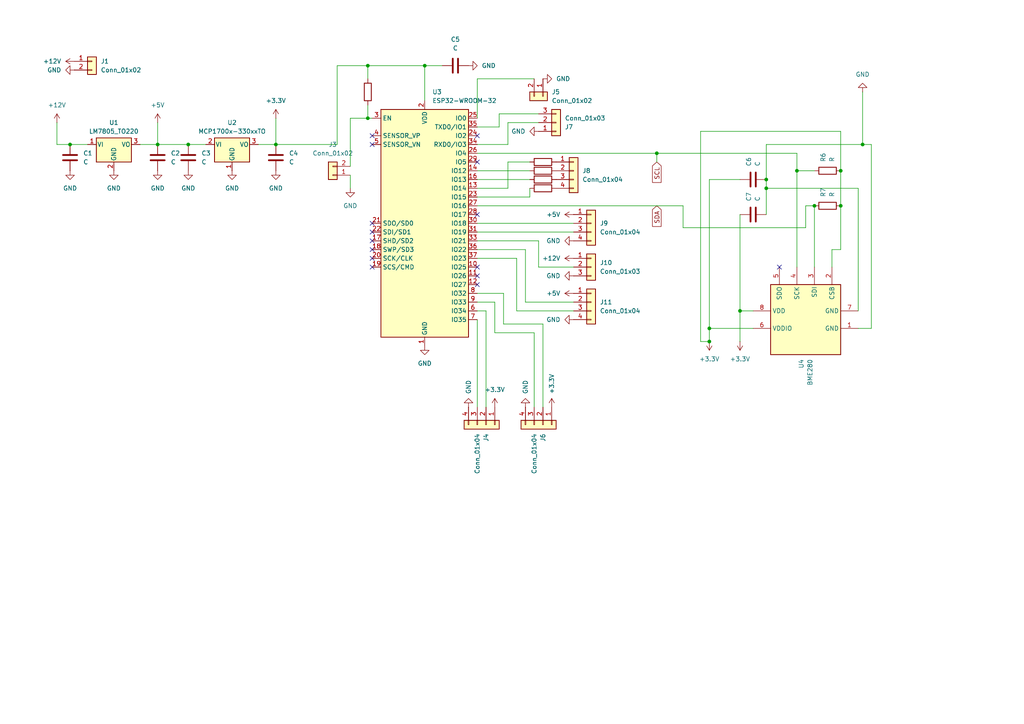
<source format=kicad_sch>
(kicad_sch
	(version 20231120)
	(generator "eeschema")
	(generator_version "8.0")
	(uuid "554c8d5b-b1ad-4cdd-853e-dc6e14ad9458")
	(paper "A4")
	(lib_symbols
		(symbol "+12V_1"
			(power)
			(pin_numbers hide)
			(pin_names
				(offset 0) hide)
			(exclude_from_sim no)
			(in_bom yes)
			(on_board yes)
			(property "Reference" "#PWR0111"
				(at 0 -3.81 0)
				(effects
					(font
						(size 1.27 1.27)
					)
					(hide yes)
				)
			)
			(property "Value" "+12V"
				(at 0.0001 3.81 90)
				(effects
					(font
						(size 1.27 1.27)
					)
					(justify left)
				)
			)
			(property "Footprint" ""
				(at 0 0 0)
				(effects
					(font
						(size 1.27 1.27)
					)
					(hide yes)
				)
			)
			(property "Datasheet" ""
				(at 0 0 0)
				(effects
					(font
						(size 1.27 1.27)
					)
					(hide yes)
				)
			)
			(property "Description" "Power symbol creates a global label with name \"+12V\""
				(at 0 0 0)
				(effects
					(font
						(size 1.27 1.27)
					)
					(hide yes)
				)
			)
			(property "ki_keywords" "global power"
				(at 0 0 0)
				(effects
					(font
						(size 1.27 1.27)
					)
					(hide yes)
				)
			)
			(symbol "+12V_1_0_1"
				(polyline
					(pts
						(xy -0.762 1.27) (xy 0 2.54)
					)
					(stroke
						(width 0)
						(type default)
					)
					(fill
						(type none)
					)
				)
				(polyline
					(pts
						(xy 0 0) (xy 0 2.54)
					)
					(stroke
						(width 0)
						(type default)
					)
					(fill
						(type none)
					)
				)
				(polyline
					(pts
						(xy 0 2.54) (xy 0.762 1.27)
					)
					(stroke
						(width 0)
						(type default)
					)
					(fill
						(type none)
					)
				)
			)
			(symbol "+12V_1_1_1"
				(pin power_in line
					(at 0 0 90)
					(length 0)
					(name "~"
						(effects
							(font
								(size 1.27 1.27)
							)
						)
					)
					(number "1"
						(effects
							(font
								(size 1.27 1.27)
							)
						)
					)
				)
			)
		)
		(symbol "+12V_2"
			(power)
			(pin_numbers hide)
			(pin_names
				(offset 0) hide)
			(exclude_from_sim no)
			(in_bom yes)
			(on_board yes)
			(property "Reference" "#PWR0116"
				(at 0 -3.81 0)
				(effects
					(font
						(size 1.27 1.27)
					)
					(hide yes)
				)
			)
			(property "Value" "+12V"
				(at 0.0001 3.81 90)
				(effects
					(font
						(size 1.27 1.27)
					)
					(justify left)
				)
			)
			(property "Footprint" ""
				(at 0 0 0)
				(effects
					(font
						(size 1.27 1.27)
					)
					(hide yes)
				)
			)
			(property "Datasheet" ""
				(at 0 0 0)
				(effects
					(font
						(size 1.27 1.27)
					)
					(hide yes)
				)
			)
			(property "Description" "Power symbol creates a global label with name \"+12V\""
				(at 0 0 0)
				(effects
					(font
						(size 1.27 1.27)
					)
					(hide yes)
				)
			)
			(property "ki_keywords" "global power"
				(at 0 0 0)
				(effects
					(font
						(size 1.27 1.27)
					)
					(hide yes)
				)
			)
			(symbol "+12V_2_0_1"
				(polyline
					(pts
						(xy -0.762 1.27) (xy 0 2.54)
					)
					(stroke
						(width 0)
						(type default)
					)
					(fill
						(type none)
					)
				)
				(polyline
					(pts
						(xy 0 0) (xy 0 2.54)
					)
					(stroke
						(width 0)
						(type default)
					)
					(fill
						(type none)
					)
				)
				(polyline
					(pts
						(xy 0 2.54) (xy 0.762 1.27)
					)
					(stroke
						(width 0)
						(type default)
					)
					(fill
						(type none)
					)
				)
			)
			(symbol "+12V_2_1_1"
				(pin power_in line
					(at 0 0 90)
					(length 0)
					(name "~"
						(effects
							(font
								(size 1.27 1.27)
							)
						)
					)
					(number "1"
						(effects
							(font
								(size 1.27 1.27)
							)
						)
					)
				)
			)
		)
		(symbol "+3.3V_1"
			(power)
			(pin_numbers hide)
			(pin_names
				(offset 0) hide)
			(exclude_from_sim no)
			(in_bom yes)
			(on_board yes)
			(property "Reference" "#PWR06"
				(at 0 -3.81 0)
				(effects
					(font
						(size 1.27 1.27)
					)
					(hide yes)
				)
			)
			(property "Value" "+3.3V"
				(at 0 5.08 0)
				(effects
					(font
						(size 1.27 1.27)
					)
				)
			)
			(property "Footprint" ""
				(at 0 0 0)
				(effects
					(font
						(size 1.27 1.27)
					)
					(hide yes)
				)
			)
			(property "Datasheet" ""
				(at 0 0 0)
				(effects
					(font
						(size 1.27 1.27)
					)
					(hide yes)
				)
			)
			(property "Description" "Power symbol creates a global label with name \"+3.3V\""
				(at 0 0 0)
				(effects
					(font
						(size 1.27 1.27)
					)
					(hide yes)
				)
			)
			(property "ki_keywords" "global power"
				(at 0 0 0)
				(effects
					(font
						(size 1.27 1.27)
					)
					(hide yes)
				)
			)
			(symbol "+3.3V_1_0_1"
				(polyline
					(pts
						(xy -0.762 1.27) (xy 0 2.54)
					)
					(stroke
						(width 0)
						(type default)
					)
					(fill
						(type none)
					)
				)
				(polyline
					(pts
						(xy 0 0) (xy 0 2.54)
					)
					(stroke
						(width 0)
						(type default)
					)
					(fill
						(type none)
					)
				)
				(polyline
					(pts
						(xy 0 2.54) (xy 0.762 1.27)
					)
					(stroke
						(width 0)
						(type default)
					)
					(fill
						(type none)
					)
				)
			)
			(symbol "+3.3V_1_1_1"
				(pin power_in line
					(at 0 0 90)
					(length 0)
					(name "~"
						(effects
							(font
								(size 1.27 1.27)
							)
						)
					)
					(number "1"
						(effects
							(font
								(size 1.27 1.27)
							)
						)
					)
				)
			)
		)
		(symbol "+3.3V_2"
			(power)
			(pin_numbers hide)
			(pin_names
				(offset 0) hide)
			(exclude_from_sim no)
			(in_bom yes)
			(on_board yes)
			(property "Reference" "#PWR01"
				(at 0 -3.81 0)
				(effects
					(font
						(size 1.27 1.27)
					)
					(hide yes)
				)
			)
			(property "Value" "+3.3V"
				(at 0.0001 3.81 90)
				(effects
					(font
						(size 1.27 1.27)
					)
					(justify left)
				)
			)
			(property "Footprint" ""
				(at 0 0 0)
				(effects
					(font
						(size 1.27 1.27)
					)
					(hide yes)
				)
			)
			(property "Datasheet" ""
				(at 0 0 0)
				(effects
					(font
						(size 1.27 1.27)
					)
					(hide yes)
				)
			)
			(property "Description" "Power symbol creates a global label with name \"+3.3V\""
				(at 0 0 0)
				(effects
					(font
						(size 1.27 1.27)
					)
					(hide yes)
				)
			)
			(property "ki_keywords" "global power"
				(at 0 0 0)
				(effects
					(font
						(size 1.27 1.27)
					)
					(hide yes)
				)
			)
			(symbol "+3.3V_2_0_1"
				(polyline
					(pts
						(xy -0.762 1.27) (xy 0 2.54)
					)
					(stroke
						(width 0)
						(type default)
					)
					(fill
						(type none)
					)
				)
				(polyline
					(pts
						(xy 0 0) (xy 0 2.54)
					)
					(stroke
						(width 0)
						(type default)
					)
					(fill
						(type none)
					)
				)
				(polyline
					(pts
						(xy 0 2.54) (xy 0.762 1.27)
					)
					(stroke
						(width 0)
						(type default)
					)
					(fill
						(type none)
					)
				)
			)
			(symbol "+3.3V_2_1_1"
				(pin power_in line
					(at 0 0 90)
					(length 0)
					(name "~"
						(effects
							(font
								(size 1.27 1.27)
							)
						)
					)
					(number "1"
						(effects
							(font
								(size 1.27 1.27)
							)
						)
					)
				)
			)
		)
		(symbol "+3.3V_3"
			(power)
			(pin_numbers hide)
			(pin_names
				(offset 0) hide)
			(exclude_from_sim no)
			(in_bom yes)
			(on_board yes)
			(property "Reference" "#PWR03"
				(at 0 -3.81 0)
				(effects
					(font
						(size 1.27 1.27)
					)
					(hide yes)
				)
			)
			(property "Value" "+3.3V"
				(at 0 5.08 0)
				(effects
					(font
						(size 1.27 1.27)
					)
				)
			)
			(property "Footprint" ""
				(at 0 0 0)
				(effects
					(font
						(size 1.27 1.27)
					)
					(hide yes)
				)
			)
			(property "Datasheet" ""
				(at 0 0 0)
				(effects
					(font
						(size 1.27 1.27)
					)
					(hide yes)
				)
			)
			(property "Description" "Power symbol creates a global label with name \"+3.3V\""
				(at 0 0 0)
				(effects
					(font
						(size 1.27 1.27)
					)
					(hide yes)
				)
			)
			(property "ki_keywords" "global power"
				(at 0 0 0)
				(effects
					(font
						(size 1.27 1.27)
					)
					(hide yes)
				)
			)
			(symbol "+3.3V_3_0_1"
				(polyline
					(pts
						(xy -0.762 1.27) (xy 0 2.54)
					)
					(stroke
						(width 0)
						(type default)
					)
					(fill
						(type none)
					)
				)
				(polyline
					(pts
						(xy 0 0) (xy 0 2.54)
					)
					(stroke
						(width 0)
						(type default)
					)
					(fill
						(type none)
					)
				)
				(polyline
					(pts
						(xy 0 2.54) (xy 0.762 1.27)
					)
					(stroke
						(width 0)
						(type default)
					)
					(fill
						(type none)
					)
				)
			)
			(symbol "+3.3V_3_1_1"
				(pin power_in line
					(at 0 0 90)
					(length 0)
					(name "~"
						(effects
							(font
								(size 1.27 1.27)
							)
						)
					)
					(number "1"
						(effects
							(font
								(size 1.27 1.27)
							)
						)
					)
				)
			)
		)
		(symbol "+5V_1"
			(power)
			(pin_numbers hide)
			(pin_names
				(offset 0) hide)
			(exclude_from_sim no)
			(in_bom yes)
			(on_board yes)
			(property "Reference" "#PWR02"
				(at 0 -3.81 0)
				(effects
					(font
						(size 1.27 1.27)
					)
					(hide yes)
				)
			)
			(property "Value" "+5V"
				(at 0 5.08 0)
				(effects
					(font
						(size 1.27 1.27)
					)
				)
			)
			(property "Footprint" ""
				(at 0 0 0)
				(effects
					(font
						(size 1.27 1.27)
					)
					(hide yes)
				)
			)
			(property "Datasheet" ""
				(at 0 0 0)
				(effects
					(font
						(size 1.27 1.27)
					)
					(hide yes)
				)
			)
			(property "Description" "Power symbol creates a global label with name \"+5V\""
				(at 0 0 0)
				(effects
					(font
						(size 1.27 1.27)
					)
					(hide yes)
				)
			)
			(property "ki_keywords" "global power"
				(at 0 0 0)
				(effects
					(font
						(size 1.27 1.27)
					)
					(hide yes)
				)
			)
			(symbol "+5V_1_0_1"
				(polyline
					(pts
						(xy -0.762 1.27) (xy 0 2.54)
					)
					(stroke
						(width 0)
						(type default)
					)
					(fill
						(type none)
					)
				)
				(polyline
					(pts
						(xy 0 0) (xy 0 2.54)
					)
					(stroke
						(width 0)
						(type default)
					)
					(fill
						(type none)
					)
				)
				(polyline
					(pts
						(xy 0 2.54) (xy 0.762 1.27)
					)
					(stroke
						(width 0)
						(type default)
					)
					(fill
						(type none)
					)
				)
			)
			(symbol "+5V_1_1_1"
				(pin power_in line
					(at 0 0 90)
					(length 0)
					(name "~"
						(effects
							(font
								(size 1.27 1.27)
							)
						)
					)
					(number "1"
						(effects
							(font
								(size 1.27 1.27)
							)
						)
					)
				)
			)
		)
		(symbol "+5V_2"
			(power)
			(pin_numbers hide)
			(pin_names
				(offset 0) hide)
			(exclude_from_sim no)
			(in_bom yes)
			(on_board yes)
			(property "Reference" "#PWR0113"
				(at 0 -3.81 0)
				(effects
					(font
						(size 1.27 1.27)
					)
					(hide yes)
				)
			)
			(property "Value" "+5V"
				(at 0.0001 3.81 90)
				(effects
					(font
						(size 1.27 1.27)
					)
					(justify left)
				)
			)
			(property "Footprint" ""
				(at 0 0 0)
				(effects
					(font
						(size 1.27 1.27)
					)
					(hide yes)
				)
			)
			(property "Datasheet" ""
				(at 0 0 0)
				(effects
					(font
						(size 1.27 1.27)
					)
					(hide yes)
				)
			)
			(property "Description" "Power symbol creates a global label with name \"+5V\""
				(at 0 0 0)
				(effects
					(font
						(size 1.27 1.27)
					)
					(hide yes)
				)
			)
			(property "ki_keywords" "global power"
				(at 0 0 0)
				(effects
					(font
						(size 1.27 1.27)
					)
					(hide yes)
				)
			)
			(symbol "+5V_2_0_1"
				(polyline
					(pts
						(xy -0.762 1.27) (xy 0 2.54)
					)
					(stroke
						(width 0)
						(type default)
					)
					(fill
						(type none)
					)
				)
				(polyline
					(pts
						(xy 0 0) (xy 0 2.54)
					)
					(stroke
						(width 0)
						(type default)
					)
					(fill
						(type none)
					)
				)
				(polyline
					(pts
						(xy 0 2.54) (xy 0.762 1.27)
					)
					(stroke
						(width 0)
						(type default)
					)
					(fill
						(type none)
					)
				)
			)
			(symbol "+5V_2_1_1"
				(pin power_in line
					(at 0 0 90)
					(length 0)
					(name "~"
						(effects
							(font
								(size 1.27 1.27)
							)
						)
					)
					(number "1"
						(effects
							(font
								(size 1.27 1.27)
							)
						)
					)
				)
			)
		)
		(symbol "Conn_01x02_1"
			(pin_names
				(offset 1.016) hide)
			(exclude_from_sim no)
			(in_bom yes)
			(on_board yes)
			(property "Reference" "J1"
				(at 2.54 0.0001 0)
				(effects
					(font
						(size 1.27 1.27)
					)
					(justify left)
				)
			)
			(property "Value" "Conn_01x02"
				(at 2.54 -2.5399 0)
				(effects
					(font
						(size 1.27 1.27)
					)
					(justify left)
				)
			)
			(property "Footprint" "Connector_PinHeader_2.54mm:PinHeader_1x02_P2.54mm_Vertical"
				(at 0 0 0)
				(effects
					(font
						(size 1.27 1.27)
					)
					(hide yes)
				)
			)
			(property "Datasheet" "~"
				(at 0 0 0)
				(effects
					(font
						(size 1.27 1.27)
					)
					(hide yes)
				)
			)
			(property "Description" "Generic connector, single row, 01x02, script generated (kicad-library-utils/schlib/autogen/connector/)"
				(at 0 0 0)
				(effects
					(font
						(size 1.27 1.27)
					)
					(hide yes)
				)
			)
			(property "ki_keywords" "connector"
				(at 0 0 0)
				(effects
					(font
						(size 1.27 1.27)
					)
					(hide yes)
				)
			)
			(property "ki_fp_filters" "Connector*:*_1x??_*"
				(at 0 0 0)
				(effects
					(font
						(size 1.27 1.27)
					)
					(hide yes)
				)
			)
			(symbol "Conn_01x02_1_1_1"
				(rectangle
					(start -1.27 -2.413)
					(end 0 -2.667)
					(stroke
						(width 0.1524)
						(type default)
					)
					(fill
						(type none)
					)
				)
				(rectangle
					(start -1.27 0.127)
					(end 0 -0.127)
					(stroke
						(width 0.1524)
						(type default)
					)
					(fill
						(type none)
					)
				)
				(rectangle
					(start -1.27 1.27)
					(end 1.27 -3.81)
					(stroke
						(width 0.254)
						(type default)
					)
					(fill
						(type background)
					)
				)
				(pin power_out line
					(at -5.08 0 0)
					(length 3.81)
					(name "Pin_1"
						(effects
							(font
								(size 1.27 1.27)
							)
						)
					)
					(number "1"
						(effects
							(font
								(size 1.27 1.27)
							)
						)
					)
				)
				(pin power_out line
					(at -5.08 -2.54 0)
					(length 3.81)
					(name "Pin_2"
						(effects
							(font
								(size 1.27 1.27)
							)
						)
					)
					(number "2"
						(effects
							(font
								(size 1.27 1.27)
							)
						)
					)
				)
			)
		)
		(symbol "Conn_01x04_1"
			(pin_names
				(offset 1.016) hide)
			(exclude_from_sim no)
			(in_bom yes)
			(on_board yes)
			(property "Reference" "J"
				(at 0 5.08 0)
				(effects
					(font
						(size 1.27 1.27)
					)
				)
			)
			(property "Value" "Conn_01x04"
				(at 0 -7.62 0)
				(effects
					(font
						(size 1.27 1.27)
					)
				)
			)
			(property "Footprint" ""
				(at 0 0 0)
				(effects
					(font
						(size 1.27 1.27)
					)
					(hide yes)
				)
			)
			(property "Datasheet" "~"
				(at 0 0 0)
				(effects
					(font
						(size 1.27 1.27)
					)
					(hide yes)
				)
			)
			(property "Description" "Generic connector, single row, 01x04, script generated (kicad-library-utils/schlib/autogen/connector/)"
				(at 0 0 0)
				(effects
					(font
						(size 1.27 1.27)
					)
					(hide yes)
				)
			)
			(property "ki_keywords" "connector"
				(at 0 0 0)
				(effects
					(font
						(size 1.27 1.27)
					)
					(hide yes)
				)
			)
			(property "ki_fp_filters" "Connector*:*_1x??_*"
				(at 0 0 0)
				(effects
					(font
						(size 1.27 1.27)
					)
					(hide yes)
				)
			)
			(symbol "Conn_01x04_1_1_1"
				(rectangle
					(start -1.27 -4.953)
					(end 0 -5.207)
					(stroke
						(width 0.1524)
						(type default)
					)
					(fill
						(type none)
					)
				)
				(rectangle
					(start -1.27 -2.413)
					(end 0 -2.667)
					(stroke
						(width 0.1524)
						(type default)
					)
					(fill
						(type none)
					)
				)
				(rectangle
					(start -1.27 0.127)
					(end 0 -0.127)
					(stroke
						(width 0.1524)
						(type default)
					)
					(fill
						(type none)
					)
				)
				(rectangle
					(start -1.27 2.667)
					(end 0 2.413)
					(stroke
						(width 0.1524)
						(type default)
					)
					(fill
						(type none)
					)
				)
				(rectangle
					(start -1.27 3.81)
					(end 1.27 -6.35)
					(stroke
						(width 0.254)
						(type default)
					)
					(fill
						(type background)
					)
				)
				(pin passive line
					(at -5.08 2.54 0)
					(length 3.81)
					(name "Pin_1"
						(effects
							(font
								(size 1.27 1.27)
							)
						)
					)
					(number "1"
						(effects
							(font
								(size 1.27 1.27)
							)
						)
					)
				)
				(pin passive line
					(at -5.08 0 0)
					(length 3.81)
					(name "Pin_2"
						(effects
							(font
								(size 1.27 1.27)
							)
						)
					)
					(number "2"
						(effects
							(font
								(size 1.27 1.27)
							)
						)
					)
				)
				(pin passive line
					(at -5.08 -2.54 0)
					(length 3.81)
					(name "Pin_3"
						(effects
							(font
								(size 1.27 1.27)
							)
						)
					)
					(number "3"
						(effects
							(font
								(size 1.27 1.27)
							)
						)
					)
				)
				(pin passive line
					(at -5.08 -5.08 0)
					(length 3.81)
					(name "Pin_4"
						(effects
							(font
								(size 1.27 1.27)
							)
						)
					)
					(number "4"
						(effects
							(font
								(size 1.27 1.27)
							)
						)
					)
				)
			)
		)
		(symbol "Connector_Generic:Conn_01x02"
			(pin_names
				(offset 1.016) hide)
			(exclude_from_sim no)
			(in_bom yes)
			(on_board yes)
			(property "Reference" "J"
				(at 0 2.54 0)
				(effects
					(font
						(size 1.27 1.27)
					)
				)
			)
			(property "Value" "Conn_01x02"
				(at 0 -5.08 0)
				(effects
					(font
						(size 1.27 1.27)
					)
				)
			)
			(property "Footprint" ""
				(at 0 0 0)
				(effects
					(font
						(size 1.27 1.27)
					)
					(hide yes)
				)
			)
			(property "Datasheet" "~"
				(at 0 0 0)
				(effects
					(font
						(size 1.27 1.27)
					)
					(hide yes)
				)
			)
			(property "Description" "Generic connector, single row, 01x02, script generated (kicad-library-utils/schlib/autogen/connector/)"
				(at 0 0 0)
				(effects
					(font
						(size 1.27 1.27)
					)
					(hide yes)
				)
			)
			(property "ki_keywords" "connector"
				(at 0 0 0)
				(effects
					(font
						(size 1.27 1.27)
					)
					(hide yes)
				)
			)
			(property "ki_fp_filters" "Connector*:*_1x??_*"
				(at 0 0 0)
				(effects
					(font
						(size 1.27 1.27)
					)
					(hide yes)
				)
			)
			(symbol "Conn_01x02_1_1"
				(rectangle
					(start -1.27 -2.413)
					(end 0 -2.667)
					(stroke
						(width 0.1524)
						(type default)
					)
					(fill
						(type none)
					)
				)
				(rectangle
					(start -1.27 0.127)
					(end 0 -0.127)
					(stroke
						(width 0.1524)
						(type default)
					)
					(fill
						(type none)
					)
				)
				(rectangle
					(start -1.27 1.27)
					(end 1.27 -3.81)
					(stroke
						(width 0.254)
						(type default)
					)
					(fill
						(type background)
					)
				)
				(pin passive line
					(at -5.08 0 0)
					(length 3.81)
					(name "Pin_1"
						(effects
							(font
								(size 1.27 1.27)
							)
						)
					)
					(number "1"
						(effects
							(font
								(size 1.27 1.27)
							)
						)
					)
				)
				(pin passive line
					(at -5.08 -2.54 0)
					(length 3.81)
					(name "Pin_2"
						(effects
							(font
								(size 1.27 1.27)
							)
						)
					)
					(number "2"
						(effects
							(font
								(size 1.27 1.27)
							)
						)
					)
				)
			)
		)
		(symbol "Connector_Generic:Conn_01x03"
			(pin_names
				(offset 1.016) hide)
			(exclude_from_sim no)
			(in_bom yes)
			(on_board yes)
			(property "Reference" "J"
				(at 0 5.08 0)
				(effects
					(font
						(size 1.27 1.27)
					)
				)
			)
			(property "Value" "Conn_01x03"
				(at 0 -5.08 0)
				(effects
					(font
						(size 1.27 1.27)
					)
				)
			)
			(property "Footprint" ""
				(at 0 0 0)
				(effects
					(font
						(size 1.27 1.27)
					)
					(hide yes)
				)
			)
			(property "Datasheet" "~"
				(at 0 0 0)
				(effects
					(font
						(size 1.27 1.27)
					)
					(hide yes)
				)
			)
			(property "Description" "Generic connector, single row, 01x03, script generated (kicad-library-utils/schlib/autogen/connector/)"
				(at 0 0 0)
				(effects
					(font
						(size 1.27 1.27)
					)
					(hide yes)
				)
			)
			(property "ki_keywords" "connector"
				(at 0 0 0)
				(effects
					(font
						(size 1.27 1.27)
					)
					(hide yes)
				)
			)
			(property "ki_fp_filters" "Connector*:*_1x??_*"
				(at 0 0 0)
				(effects
					(font
						(size 1.27 1.27)
					)
					(hide yes)
				)
			)
			(symbol "Conn_01x03_1_1"
				(rectangle
					(start -1.27 -2.413)
					(end 0 -2.667)
					(stroke
						(width 0.1524)
						(type default)
					)
					(fill
						(type none)
					)
				)
				(rectangle
					(start -1.27 0.127)
					(end 0 -0.127)
					(stroke
						(width 0.1524)
						(type default)
					)
					(fill
						(type none)
					)
				)
				(rectangle
					(start -1.27 2.667)
					(end 0 2.413)
					(stroke
						(width 0.1524)
						(type default)
					)
					(fill
						(type none)
					)
				)
				(rectangle
					(start -1.27 3.81)
					(end 1.27 -3.81)
					(stroke
						(width 0.254)
						(type default)
					)
					(fill
						(type background)
					)
				)
				(pin passive line
					(at -5.08 2.54 0)
					(length 3.81)
					(name "Pin_1"
						(effects
							(font
								(size 1.27 1.27)
							)
						)
					)
					(number "1"
						(effects
							(font
								(size 1.27 1.27)
							)
						)
					)
				)
				(pin passive line
					(at -5.08 0 0)
					(length 3.81)
					(name "Pin_2"
						(effects
							(font
								(size 1.27 1.27)
							)
						)
					)
					(number "2"
						(effects
							(font
								(size 1.27 1.27)
							)
						)
					)
				)
				(pin passive line
					(at -5.08 -2.54 0)
					(length 3.81)
					(name "Pin_3"
						(effects
							(font
								(size 1.27 1.27)
							)
						)
					)
					(number "3"
						(effects
							(font
								(size 1.27 1.27)
							)
						)
					)
				)
			)
		)
		(symbol "Connector_Generic:Conn_01x04"
			(pin_names
				(offset 1.016) hide)
			(exclude_from_sim no)
			(in_bom yes)
			(on_board yes)
			(property "Reference" "J"
				(at 0 5.08 0)
				(effects
					(font
						(size 1.27 1.27)
					)
				)
			)
			(property "Value" "Conn_01x04"
				(at 0 -7.62 0)
				(effects
					(font
						(size 1.27 1.27)
					)
				)
			)
			(property "Footprint" ""
				(at 0 0 0)
				(effects
					(font
						(size 1.27 1.27)
					)
					(hide yes)
				)
			)
			(property "Datasheet" "~"
				(at 0 0 0)
				(effects
					(font
						(size 1.27 1.27)
					)
					(hide yes)
				)
			)
			(property "Description" "Generic connector, single row, 01x04, script generated (kicad-library-utils/schlib/autogen/connector/)"
				(at 0 0 0)
				(effects
					(font
						(size 1.27 1.27)
					)
					(hide yes)
				)
			)
			(property "ki_keywords" "connector"
				(at 0 0 0)
				(effects
					(font
						(size 1.27 1.27)
					)
					(hide yes)
				)
			)
			(property "ki_fp_filters" "Connector*:*_1x??_*"
				(at 0 0 0)
				(effects
					(font
						(size 1.27 1.27)
					)
					(hide yes)
				)
			)
			(symbol "Conn_01x04_1_1"
				(rectangle
					(start -1.27 -4.953)
					(end 0 -5.207)
					(stroke
						(width 0.1524)
						(type default)
					)
					(fill
						(type none)
					)
				)
				(rectangle
					(start -1.27 -2.413)
					(end 0 -2.667)
					(stroke
						(width 0.1524)
						(type default)
					)
					(fill
						(type none)
					)
				)
				(rectangle
					(start -1.27 0.127)
					(end 0 -0.127)
					(stroke
						(width 0.1524)
						(type default)
					)
					(fill
						(type none)
					)
				)
				(rectangle
					(start -1.27 2.667)
					(end 0 2.413)
					(stroke
						(width 0.1524)
						(type default)
					)
					(fill
						(type none)
					)
				)
				(rectangle
					(start -1.27 3.81)
					(end 1.27 -6.35)
					(stroke
						(width 0.254)
						(type default)
					)
					(fill
						(type background)
					)
				)
				(pin passive line
					(at -5.08 2.54 0)
					(length 3.81)
					(name "Pin_1"
						(effects
							(font
								(size 1.27 1.27)
							)
						)
					)
					(number "1"
						(effects
							(font
								(size 1.27 1.27)
							)
						)
					)
				)
				(pin passive line
					(at -5.08 0 0)
					(length 3.81)
					(name "Pin_2"
						(effects
							(font
								(size 1.27 1.27)
							)
						)
					)
					(number "2"
						(effects
							(font
								(size 1.27 1.27)
							)
						)
					)
				)
				(pin passive line
					(at -5.08 -2.54 0)
					(length 3.81)
					(name "Pin_3"
						(effects
							(font
								(size 1.27 1.27)
							)
						)
					)
					(number "3"
						(effects
							(font
								(size 1.27 1.27)
							)
						)
					)
				)
				(pin passive line
					(at -5.08 -5.08 0)
					(length 3.81)
					(name "Pin_4"
						(effects
							(font
								(size 1.27 1.27)
							)
						)
					)
					(number "4"
						(effects
							(font
								(size 1.27 1.27)
							)
						)
					)
				)
			)
		)
		(symbol "Device:C"
			(pin_numbers hide)
			(pin_names
				(offset 0.254)
			)
			(exclude_from_sim no)
			(in_bom yes)
			(on_board yes)
			(property "Reference" "C"
				(at 0.635 2.54 0)
				(effects
					(font
						(size 1.27 1.27)
					)
					(justify left)
				)
			)
			(property "Value" "C"
				(at 0.635 -2.54 0)
				(effects
					(font
						(size 1.27 1.27)
					)
					(justify left)
				)
			)
			(property "Footprint" ""
				(at 0.9652 -3.81 0)
				(effects
					(font
						(size 1.27 1.27)
					)
					(hide yes)
				)
			)
			(property "Datasheet" "~"
				(at 0 0 0)
				(effects
					(font
						(size 1.27 1.27)
					)
					(hide yes)
				)
			)
			(property "Description" "Unpolarized capacitor"
				(at 0 0 0)
				(effects
					(font
						(size 1.27 1.27)
					)
					(hide yes)
				)
			)
			(property "ki_keywords" "cap capacitor"
				(at 0 0 0)
				(effects
					(font
						(size 1.27 1.27)
					)
					(hide yes)
				)
			)
			(property "ki_fp_filters" "C_*"
				(at 0 0 0)
				(effects
					(font
						(size 1.27 1.27)
					)
					(hide yes)
				)
			)
			(symbol "C_0_1"
				(polyline
					(pts
						(xy -2.032 -0.762) (xy 2.032 -0.762)
					)
					(stroke
						(width 0.508)
						(type default)
					)
					(fill
						(type none)
					)
				)
				(polyline
					(pts
						(xy -2.032 0.762) (xy 2.032 0.762)
					)
					(stroke
						(width 0.508)
						(type default)
					)
					(fill
						(type none)
					)
				)
			)
			(symbol "C_1_1"
				(pin passive line
					(at 0 3.81 270)
					(length 2.794)
					(name "~"
						(effects
							(font
								(size 1.27 1.27)
							)
						)
					)
					(number "1"
						(effects
							(font
								(size 1.27 1.27)
							)
						)
					)
				)
				(pin passive line
					(at 0 -3.81 90)
					(length 2.794)
					(name "~"
						(effects
							(font
								(size 1.27 1.27)
							)
						)
					)
					(number "2"
						(effects
							(font
								(size 1.27 1.27)
							)
						)
					)
				)
			)
		)
		(symbol "Device:R"
			(pin_numbers hide)
			(pin_names
				(offset 0)
			)
			(exclude_from_sim no)
			(in_bom yes)
			(on_board yes)
			(property "Reference" "R"
				(at 2.032 0 90)
				(effects
					(font
						(size 1.27 1.27)
					)
				)
			)
			(property "Value" "R"
				(at 0 0 90)
				(effects
					(font
						(size 1.27 1.27)
					)
				)
			)
			(property "Footprint" ""
				(at -1.778 0 90)
				(effects
					(font
						(size 1.27 1.27)
					)
					(hide yes)
				)
			)
			(property "Datasheet" "~"
				(at 0 0 0)
				(effects
					(font
						(size 1.27 1.27)
					)
					(hide yes)
				)
			)
			(property "Description" "Resistor"
				(at 0 0 0)
				(effects
					(font
						(size 1.27 1.27)
					)
					(hide yes)
				)
			)
			(property "ki_keywords" "R res resistor"
				(at 0 0 0)
				(effects
					(font
						(size 1.27 1.27)
					)
					(hide yes)
				)
			)
			(property "ki_fp_filters" "R_*"
				(at 0 0 0)
				(effects
					(font
						(size 1.27 1.27)
					)
					(hide yes)
				)
			)
			(symbol "R_0_1"
				(rectangle
					(start -1.016 -2.54)
					(end 1.016 2.54)
					(stroke
						(width 0.254)
						(type default)
					)
					(fill
						(type none)
					)
				)
			)
			(symbol "R_1_1"
				(pin passive line
					(at 0 3.81 270)
					(length 1.27)
					(name "~"
						(effects
							(font
								(size 1.27 1.27)
							)
						)
					)
					(number "1"
						(effects
							(font
								(size 1.27 1.27)
							)
						)
					)
				)
				(pin passive line
					(at 0 -3.81 90)
					(length 1.27)
					(name "~"
						(effects
							(font
								(size 1.27 1.27)
							)
						)
					)
					(number "2"
						(effects
							(font
								(size 1.27 1.27)
							)
						)
					)
				)
			)
		)
		(symbol "GND_1"
			(power)
			(pin_numbers hide)
			(pin_names
				(offset 0) hide)
			(exclude_from_sim no)
			(in_bom yes)
			(on_board yes)
			(property "Reference" "#PWR0110"
				(at 0 -6.35 0)
				(effects
					(font
						(size 1.27 1.27)
					)
					(hide yes)
				)
			)
			(property "Value" "GND"
				(at -0.0001 -3.81 90)
				(effects
					(font
						(size 1.27 1.27)
					)
					(justify right)
				)
			)
			(property "Footprint" ""
				(at 0 0 0)
				(effects
					(font
						(size 1.27 1.27)
					)
					(hide yes)
				)
			)
			(property "Datasheet" ""
				(at 0 0 0)
				(effects
					(font
						(size 1.27 1.27)
					)
					(hide yes)
				)
			)
			(property "Description" "Power symbol creates a global label with name \"GND\" , ground"
				(at 0 0 0)
				(effects
					(font
						(size 1.27 1.27)
					)
					(hide yes)
				)
			)
			(property "ki_keywords" "global power"
				(at 0 0 0)
				(effects
					(font
						(size 1.27 1.27)
					)
					(hide yes)
				)
			)
			(symbol "GND_1_0_1"
				(polyline
					(pts
						(xy 0 0) (xy 0 -1.27) (xy 1.27 -1.27) (xy 0 -2.54) (xy -1.27 -1.27) (xy 0 -1.27)
					)
					(stroke
						(width 0)
						(type default)
					)
					(fill
						(type none)
					)
				)
			)
			(symbol "GND_1_1_1"
				(pin power_in line
					(at 0 0 270)
					(length 0)
					(name "~"
						(effects
							(font
								(size 1.27 1.27)
							)
						)
					)
					(number "1"
						(effects
							(font
								(size 1.27 1.27)
							)
						)
					)
				)
			)
		)
		(symbol "RF_Module:ESP32-WROOM-32"
			(exclude_from_sim no)
			(in_bom yes)
			(on_board yes)
			(property "Reference" "U"
				(at -12.7 34.29 0)
				(effects
					(font
						(size 1.27 1.27)
					)
					(justify left)
				)
			)
			(property "Value" "ESP32-WROOM-32"
				(at 1.27 34.29 0)
				(effects
					(font
						(size 1.27 1.27)
					)
					(justify left)
				)
			)
			(property "Footprint" "RF_Module:ESP32-WROOM-32"
				(at 0 -38.1 0)
				(effects
					(font
						(size 1.27 1.27)
					)
					(hide yes)
				)
			)
			(property "Datasheet" "https://www.espressif.com/sites/default/files/documentation/esp32-wroom-32_datasheet_en.pdf"
				(at -7.62 1.27 0)
				(effects
					(font
						(size 1.27 1.27)
					)
					(hide yes)
				)
			)
			(property "Description" "RF Module, ESP32-D0WDQ6 SoC, Wi-Fi 802.11b/g/n, Bluetooth, BLE, 32-bit, 2.7-3.6V, onboard antenna, SMD"
				(at 0 0 0)
				(effects
					(font
						(size 1.27 1.27)
					)
					(hide yes)
				)
			)
			(property "ki_keywords" "RF Radio BT ESP ESP32 Espressif onboard PCB antenna"
				(at 0 0 0)
				(effects
					(font
						(size 1.27 1.27)
					)
					(hide yes)
				)
			)
			(property "ki_fp_filters" "ESP32?WROOM?32*"
				(at 0 0 0)
				(effects
					(font
						(size 1.27 1.27)
					)
					(hide yes)
				)
			)
			(symbol "ESP32-WROOM-32_0_1"
				(rectangle
					(start -12.7 33.02)
					(end 12.7 -33.02)
					(stroke
						(width 0.254)
						(type default)
					)
					(fill
						(type background)
					)
				)
			)
			(symbol "ESP32-WROOM-32_1_1"
				(pin power_in line
					(at 0 -35.56 90)
					(length 2.54)
					(name "GND"
						(effects
							(font
								(size 1.27 1.27)
							)
						)
					)
					(number "1"
						(effects
							(font
								(size 1.27 1.27)
							)
						)
					)
				)
				(pin bidirectional line
					(at 15.24 -12.7 180)
					(length 2.54)
					(name "IO25"
						(effects
							(font
								(size 1.27 1.27)
							)
						)
					)
					(number "10"
						(effects
							(font
								(size 1.27 1.27)
							)
						)
					)
				)
				(pin bidirectional line
					(at 15.24 -15.24 180)
					(length 2.54)
					(name "IO26"
						(effects
							(font
								(size 1.27 1.27)
							)
						)
					)
					(number "11"
						(effects
							(font
								(size 1.27 1.27)
							)
						)
					)
				)
				(pin bidirectional line
					(at 15.24 -17.78 180)
					(length 2.54)
					(name "IO27"
						(effects
							(font
								(size 1.27 1.27)
							)
						)
					)
					(number "12"
						(effects
							(font
								(size 1.27 1.27)
							)
						)
					)
				)
				(pin bidirectional line
					(at 15.24 10.16 180)
					(length 2.54)
					(name "IO14"
						(effects
							(font
								(size 1.27 1.27)
							)
						)
					)
					(number "13"
						(effects
							(font
								(size 1.27 1.27)
							)
						)
					)
				)
				(pin bidirectional line
					(at 15.24 15.24 180)
					(length 2.54)
					(name "IO12"
						(effects
							(font
								(size 1.27 1.27)
							)
						)
					)
					(number "14"
						(effects
							(font
								(size 1.27 1.27)
							)
						)
					)
				)
				(pin passive line
					(at 0 -35.56 90)
					(length 2.54) hide
					(name "GND"
						(effects
							(font
								(size 1.27 1.27)
							)
						)
					)
					(number "15"
						(effects
							(font
								(size 1.27 1.27)
							)
						)
					)
				)
				(pin bidirectional line
					(at 15.24 12.7 180)
					(length 2.54)
					(name "IO13"
						(effects
							(font
								(size 1.27 1.27)
							)
						)
					)
					(number "16"
						(effects
							(font
								(size 1.27 1.27)
							)
						)
					)
				)
				(pin bidirectional line
					(at -15.24 -5.08 0)
					(length 2.54)
					(name "SHD/SD2"
						(effects
							(font
								(size 1.27 1.27)
							)
						)
					)
					(number "17"
						(effects
							(font
								(size 1.27 1.27)
							)
						)
					)
				)
				(pin bidirectional line
					(at -15.24 -7.62 0)
					(length 2.54)
					(name "SWP/SD3"
						(effects
							(font
								(size 1.27 1.27)
							)
						)
					)
					(number "18"
						(effects
							(font
								(size 1.27 1.27)
							)
						)
					)
				)
				(pin bidirectional line
					(at -15.24 -12.7 0)
					(length 2.54)
					(name "SCS/CMD"
						(effects
							(font
								(size 1.27 1.27)
							)
						)
					)
					(number "19"
						(effects
							(font
								(size 1.27 1.27)
							)
						)
					)
				)
				(pin power_in line
					(at 0 35.56 270)
					(length 2.54)
					(name "VDD"
						(effects
							(font
								(size 1.27 1.27)
							)
						)
					)
					(number "2"
						(effects
							(font
								(size 1.27 1.27)
							)
						)
					)
				)
				(pin bidirectional line
					(at -15.24 -10.16 0)
					(length 2.54)
					(name "SCK/CLK"
						(effects
							(font
								(size 1.27 1.27)
							)
						)
					)
					(number "20"
						(effects
							(font
								(size 1.27 1.27)
							)
						)
					)
				)
				(pin bidirectional line
					(at -15.24 0 0)
					(length 2.54)
					(name "SDO/SD0"
						(effects
							(font
								(size 1.27 1.27)
							)
						)
					)
					(number "21"
						(effects
							(font
								(size 1.27 1.27)
							)
						)
					)
				)
				(pin bidirectional line
					(at -15.24 -2.54 0)
					(length 2.54)
					(name "SDI/SD1"
						(effects
							(font
								(size 1.27 1.27)
							)
						)
					)
					(number "22"
						(effects
							(font
								(size 1.27 1.27)
							)
						)
					)
				)
				(pin bidirectional line
					(at 15.24 7.62 180)
					(length 2.54)
					(name "IO15"
						(effects
							(font
								(size 1.27 1.27)
							)
						)
					)
					(number "23"
						(effects
							(font
								(size 1.27 1.27)
							)
						)
					)
				)
				(pin bidirectional line
					(at 15.24 25.4 180)
					(length 2.54)
					(name "IO2"
						(effects
							(font
								(size 1.27 1.27)
							)
						)
					)
					(number "24"
						(effects
							(font
								(size 1.27 1.27)
							)
						)
					)
				)
				(pin bidirectional line
					(at 15.24 30.48 180)
					(length 2.54)
					(name "IO0"
						(effects
							(font
								(size 1.27 1.27)
							)
						)
					)
					(number "25"
						(effects
							(font
								(size 1.27 1.27)
							)
						)
					)
				)
				(pin bidirectional line
					(at 15.24 20.32 180)
					(length 2.54)
					(name "IO4"
						(effects
							(font
								(size 1.27 1.27)
							)
						)
					)
					(number "26"
						(effects
							(font
								(size 1.27 1.27)
							)
						)
					)
				)
				(pin bidirectional line
					(at 15.24 5.08 180)
					(length 2.54)
					(name "IO16"
						(effects
							(font
								(size 1.27 1.27)
							)
						)
					)
					(number "27"
						(effects
							(font
								(size 1.27 1.27)
							)
						)
					)
				)
				(pin bidirectional line
					(at 15.24 2.54 180)
					(length 2.54)
					(name "IO17"
						(effects
							(font
								(size 1.27 1.27)
							)
						)
					)
					(number "28"
						(effects
							(font
								(size 1.27 1.27)
							)
						)
					)
				)
				(pin bidirectional line
					(at 15.24 17.78 180)
					(length 2.54)
					(name "IO5"
						(effects
							(font
								(size 1.27 1.27)
							)
						)
					)
					(number "29"
						(effects
							(font
								(size 1.27 1.27)
							)
						)
					)
				)
				(pin input line
					(at -15.24 30.48 0)
					(length 2.54)
					(name "EN"
						(effects
							(font
								(size 1.27 1.27)
							)
						)
					)
					(number "3"
						(effects
							(font
								(size 1.27 1.27)
							)
						)
					)
				)
				(pin bidirectional line
					(at 15.24 0 180)
					(length 2.54)
					(name "IO18"
						(effects
							(font
								(size 1.27 1.27)
							)
						)
					)
					(number "30"
						(effects
							(font
								(size 1.27 1.27)
							)
						)
					)
				)
				(pin bidirectional line
					(at 15.24 -2.54 180)
					(length 2.54)
					(name "IO19"
						(effects
							(font
								(size 1.27 1.27)
							)
						)
					)
					(number "31"
						(effects
							(font
								(size 1.27 1.27)
							)
						)
					)
				)
				(pin no_connect line
					(at -12.7 -27.94 0)
					(length 2.54) hide
					(name "NC"
						(effects
							(font
								(size 1.27 1.27)
							)
						)
					)
					(number "32"
						(effects
							(font
								(size 1.27 1.27)
							)
						)
					)
				)
				(pin bidirectional line
					(at 15.24 -5.08 180)
					(length 2.54)
					(name "IO21"
						(effects
							(font
								(size 1.27 1.27)
							)
						)
					)
					(number "33"
						(effects
							(font
								(size 1.27 1.27)
							)
						)
					)
				)
				(pin bidirectional line
					(at 15.24 22.86 180)
					(length 2.54)
					(name "RXD0/IO3"
						(effects
							(font
								(size 1.27 1.27)
							)
						)
					)
					(number "34"
						(effects
							(font
								(size 1.27 1.27)
							)
						)
					)
				)
				(pin bidirectional line
					(at 15.24 27.94 180)
					(length 2.54)
					(name "TXD0/IO1"
						(effects
							(font
								(size 1.27 1.27)
							)
						)
					)
					(number "35"
						(effects
							(font
								(size 1.27 1.27)
							)
						)
					)
				)
				(pin bidirectional line
					(at 15.24 -7.62 180)
					(length 2.54)
					(name "IO22"
						(effects
							(font
								(size 1.27 1.27)
							)
						)
					)
					(number "36"
						(effects
							(font
								(size 1.27 1.27)
							)
						)
					)
				)
				(pin bidirectional line
					(at 15.24 -10.16 180)
					(length 2.54)
					(name "IO23"
						(effects
							(font
								(size 1.27 1.27)
							)
						)
					)
					(number "37"
						(effects
							(font
								(size 1.27 1.27)
							)
						)
					)
				)
				(pin passive line
					(at 0 -35.56 90)
					(length 2.54) hide
					(name "GND"
						(effects
							(font
								(size 1.27 1.27)
							)
						)
					)
					(number "38"
						(effects
							(font
								(size 1.27 1.27)
							)
						)
					)
				)
				(pin passive line
					(at 0 -35.56 90)
					(length 2.54) hide
					(name "GND"
						(effects
							(font
								(size 1.27 1.27)
							)
						)
					)
					(number "39"
						(effects
							(font
								(size 1.27 1.27)
							)
						)
					)
				)
				(pin input line
					(at -15.24 25.4 0)
					(length 2.54)
					(name "SENSOR_VP"
						(effects
							(font
								(size 1.27 1.27)
							)
						)
					)
					(number "4"
						(effects
							(font
								(size 1.27 1.27)
							)
						)
					)
				)
				(pin input line
					(at -15.24 22.86 0)
					(length 2.54)
					(name "SENSOR_VN"
						(effects
							(font
								(size 1.27 1.27)
							)
						)
					)
					(number "5"
						(effects
							(font
								(size 1.27 1.27)
							)
						)
					)
				)
				(pin input line
					(at 15.24 -25.4 180)
					(length 2.54)
					(name "IO34"
						(effects
							(font
								(size 1.27 1.27)
							)
						)
					)
					(number "6"
						(effects
							(font
								(size 1.27 1.27)
							)
						)
					)
				)
				(pin input line
					(at 15.24 -27.94 180)
					(length 2.54)
					(name "IO35"
						(effects
							(font
								(size 1.27 1.27)
							)
						)
					)
					(number "7"
						(effects
							(font
								(size 1.27 1.27)
							)
						)
					)
				)
				(pin bidirectional line
					(at 15.24 -20.32 180)
					(length 2.54)
					(name "IO32"
						(effects
							(font
								(size 1.27 1.27)
							)
						)
					)
					(number "8"
						(effects
							(font
								(size 1.27 1.27)
							)
						)
					)
				)
				(pin bidirectional line
					(at 15.24 -22.86 180)
					(length 2.54)
					(name "IO33"
						(effects
							(font
								(size 1.27 1.27)
							)
						)
					)
					(number "9"
						(effects
							(font
								(size 1.27 1.27)
							)
						)
					)
				)
			)
		)
		(symbol "R_1"
			(pin_numbers hide)
			(pin_names
				(offset 0)
			)
			(exclude_from_sim no)
			(in_bom yes)
			(on_board yes)
			(property "Reference" "R"
				(at 2.032 0 90)
				(effects
					(font
						(size 1.27 1.27)
					)
				)
			)
			(property "Value" "R"
				(at 0 0 90)
				(effects
					(font
						(size 1.27 1.27)
					)
				)
			)
			(property "Footprint" ""
				(at -1.778 0 90)
				(effects
					(font
						(size 1.27 1.27)
					)
					(hide yes)
				)
			)
			(property "Datasheet" "~"
				(at 0 0 0)
				(effects
					(font
						(size 1.27 1.27)
					)
					(hide yes)
				)
			)
			(property "Description" "Resistor"
				(at 0 0 0)
				(effects
					(font
						(size 1.27 1.27)
					)
					(hide yes)
				)
			)
			(property "ki_keywords" "R res resistor"
				(at 0 0 0)
				(effects
					(font
						(size 1.27 1.27)
					)
					(hide yes)
				)
			)
			(property "ki_fp_filters" "R_*"
				(at 0 0 0)
				(effects
					(font
						(size 1.27 1.27)
					)
					(hide yes)
				)
			)
			(symbol "R_1_0_1"
				(rectangle
					(start -1.016 -2.54)
					(end 1.016 2.54)
					(stroke
						(width 0.254)
						(type default)
					)
					(fill
						(type none)
					)
				)
			)
			(symbol "R_1_1_1"
				(pin passive line
					(at 0 3.81 270)
					(length 1.27)
					(name "~"
						(effects
							(font
								(size 1.27 1.27)
							)
						)
					)
					(number "1"
						(effects
							(font
								(size 1.27 1.27)
							)
						)
					)
				)
				(pin passive line
					(at 0 -3.81 90)
					(length 1.27)
					(name "~"
						(effects
							(font
								(size 1.27 1.27)
							)
						)
					)
					(number "2"
						(effects
							(font
								(size 1.27 1.27)
							)
						)
					)
				)
			)
		)
		(symbol "Regulator_Linear:LM7805_TO220"
			(pin_names
				(offset 0.254)
			)
			(exclude_from_sim no)
			(in_bom yes)
			(on_board yes)
			(property "Reference" "U"
				(at -3.81 3.175 0)
				(effects
					(font
						(size 1.27 1.27)
					)
				)
			)
			(property "Value" "LM7805_TO220"
				(at 0 3.175 0)
				(effects
					(font
						(size 1.27 1.27)
					)
					(justify left)
				)
			)
			(property "Footprint" "Package_TO_SOT_THT:TO-220-3_Vertical"
				(at 0 5.715 0)
				(effects
					(font
						(size 1.27 1.27)
						(italic yes)
					)
					(hide yes)
				)
			)
			(property "Datasheet" "https://www.onsemi.cn/PowerSolutions/document/MC7800-D.PDF"
				(at 0 -1.27 0)
				(effects
					(font
						(size 1.27 1.27)
					)
					(hide yes)
				)
			)
			(property "Description" "Positive 1A 35V Linear Regulator, Fixed Output 5V, TO-220"
				(at 0 0 0)
				(effects
					(font
						(size 1.27 1.27)
					)
					(hide yes)
				)
			)
			(property "ki_keywords" "Voltage Regulator 1A Positive"
				(at 0 0 0)
				(effects
					(font
						(size 1.27 1.27)
					)
					(hide yes)
				)
			)
			(property "ki_fp_filters" "TO?220*"
				(at 0 0 0)
				(effects
					(font
						(size 1.27 1.27)
					)
					(hide yes)
				)
			)
			(symbol "LM7805_TO220_0_1"
				(rectangle
					(start -5.08 1.905)
					(end 5.08 -5.08)
					(stroke
						(width 0.254)
						(type default)
					)
					(fill
						(type background)
					)
				)
			)
			(symbol "LM7805_TO220_1_1"
				(pin power_in line
					(at -7.62 0 0)
					(length 2.54)
					(name "VI"
						(effects
							(font
								(size 1.27 1.27)
							)
						)
					)
					(number "1"
						(effects
							(font
								(size 1.27 1.27)
							)
						)
					)
				)
				(pin power_in line
					(at 0 -7.62 90)
					(length 2.54)
					(name "GND"
						(effects
							(font
								(size 1.27 1.27)
							)
						)
					)
					(number "2"
						(effects
							(font
								(size 1.27 1.27)
							)
						)
					)
				)
				(pin power_out line
					(at 7.62 0 180)
					(length 2.54)
					(name "VO"
						(effects
							(font
								(size 1.27 1.27)
							)
						)
					)
					(number "3"
						(effects
							(font
								(size 1.27 1.27)
							)
						)
					)
				)
			)
		)
		(symbol "Regulator_Linear:MCP1700x-330xxTO"
			(pin_names
				(offset 0.254)
			)
			(exclude_from_sim no)
			(in_bom yes)
			(on_board yes)
			(property "Reference" "U"
				(at -3.81 -3.175 0)
				(effects
					(font
						(size 1.27 1.27)
					)
				)
			)
			(property "Value" "MCP1700x-330xxTO"
				(at 0 -3.175 0)
				(effects
					(font
						(size 1.27 1.27)
					)
					(justify left)
				)
			)
			(property "Footprint" "Package_TO_SOT_THT:TO-92_Inline"
				(at 0 -5.08 0)
				(effects
					(font
						(size 1.27 1.27)
						(italic yes)
					)
					(hide yes)
				)
			)
			(property "Datasheet" "http://ww1.microchip.com/downloads/en/DeviceDoc/20001826D.pdf"
				(at 0 0 0)
				(effects
					(font
						(size 1.27 1.27)
					)
					(hide yes)
				)
			)
			(property "Description" "250mA Low Quiscent Current LDO, 3.3V output, TO-92"
				(at 0 0 0)
				(effects
					(font
						(size 1.27 1.27)
					)
					(hide yes)
				)
			)
			(property "ki_keywords" "regulator linear ldo"
				(at 0 0 0)
				(effects
					(font
						(size 1.27 1.27)
					)
					(hide yes)
				)
			)
			(property "ki_fp_filters" "TO?92*"
				(at 0 0 0)
				(effects
					(font
						(size 1.27 1.27)
					)
					(hide yes)
				)
			)
			(symbol "MCP1700x-330xxTO_0_1"
				(rectangle
					(start -5.08 5.08)
					(end 5.08 -1.905)
					(stroke
						(width 0.254)
						(type default)
					)
					(fill
						(type background)
					)
				)
			)
			(symbol "MCP1700x-330xxTO_1_1"
				(pin power_in line
					(at 0 7.62 270)
					(length 2.54)
					(name "GND"
						(effects
							(font
								(size 1.27 1.27)
							)
						)
					)
					(number "1"
						(effects
							(font
								(size 1.27 1.27)
							)
						)
					)
				)
				(pin power_in line
					(at -7.62 0 0)
					(length 2.54)
					(name "VI"
						(effects
							(font
								(size 1.27 1.27)
							)
						)
					)
					(number "2"
						(effects
							(font
								(size 1.27 1.27)
							)
						)
					)
				)
				(pin power_out line
					(at 7.62 0 180)
					(length 2.54)
					(name "VO"
						(effects
							(font
								(size 1.27 1.27)
							)
						)
					)
					(number "3"
						(effects
							(font
								(size 1.27 1.27)
							)
						)
					)
				)
			)
		)
		(symbol "Sensor:BME280"
			(exclude_from_sim no)
			(in_bom yes)
			(on_board yes)
			(property "Reference" "U"
				(at -8.89 11.43 0)
				(effects
					(font
						(size 1.27 1.27)
					)
				)
			)
			(property "Value" "BME280"
				(at 7.62 11.43 0)
				(effects
					(font
						(size 1.27 1.27)
					)
				)
			)
			(property "Footprint" "Package_LGA:Bosch_LGA-8_2.5x2.5mm_P0.65mm_ClockwisePinNumbering"
				(at 38.1 -11.43 0)
				(effects
					(font
						(size 1.27 1.27)
					)
					(hide yes)
				)
			)
			(property "Datasheet" "https://www.bosch-sensortec.com/media/boschsensortec/downloads/datasheets/bst-bme280-ds002.pdf"
				(at 0 -5.08 0)
				(effects
					(font
						(size 1.27 1.27)
					)
					(hide yes)
				)
			)
			(property "Description" "3-in-1 sensor, humidity, pressure, temperature, I2C and SPI interface, 1.71-3.6V, LGA-8"
				(at 0 0 0)
				(effects
					(font
						(size 1.27 1.27)
					)
					(hide yes)
				)
			)
			(property "ki_keywords" "Bosch pressure humidity temperature environment environmental measurement digital"
				(at 0 0 0)
				(effects
					(font
						(size 1.27 1.27)
					)
					(hide yes)
				)
			)
			(property "ki_fp_filters" "*LGA*2.5x2.5mm*P0.65mm*Clockwise*"
				(at 0 0 0)
				(effects
					(font
						(size 1.27 1.27)
					)
					(hide yes)
				)
			)
			(symbol "BME280_0_1"
				(rectangle
					(start -10.16 10.16)
					(end 10.16 -10.16)
					(stroke
						(width 0.254)
						(type default)
					)
					(fill
						(type background)
					)
				)
			)
			(symbol "BME280_1_1"
				(pin power_in line
					(at -2.54 -15.24 90)
					(length 5.08)
					(name "GND"
						(effects
							(font
								(size 1.27 1.27)
							)
						)
					)
					(number "1"
						(effects
							(font
								(size 1.27 1.27)
							)
						)
					)
				)
				(pin input line
					(at 15.24 -7.62 180)
					(length 5.08)
					(name "CSB"
						(effects
							(font
								(size 1.27 1.27)
							)
						)
					)
					(number "2"
						(effects
							(font
								(size 1.27 1.27)
							)
						)
					)
				)
				(pin bidirectional line
					(at 15.24 -2.54 180)
					(length 5.08)
					(name "SDI"
						(effects
							(font
								(size 1.27 1.27)
							)
						)
					)
					(number "3"
						(effects
							(font
								(size 1.27 1.27)
							)
						)
					)
				)
				(pin input line
					(at 15.24 2.54 180)
					(length 5.08)
					(name "SCK"
						(effects
							(font
								(size 1.27 1.27)
							)
						)
					)
					(number "4"
						(effects
							(font
								(size 1.27 1.27)
							)
						)
					)
				)
				(pin bidirectional line
					(at 15.24 7.62 180)
					(length 5.08)
					(name "SDO"
						(effects
							(font
								(size 1.27 1.27)
							)
						)
					)
					(number "5"
						(effects
							(font
								(size 1.27 1.27)
							)
						)
					)
				)
				(pin power_in line
					(at -2.54 15.24 270)
					(length 5.08)
					(name "VDDIO"
						(effects
							(font
								(size 1.27 1.27)
							)
						)
					)
					(number "6"
						(effects
							(font
								(size 1.27 1.27)
							)
						)
					)
				)
				(pin power_in line
					(at 2.54 -15.24 90)
					(length 5.08)
					(name "GND"
						(effects
							(font
								(size 1.27 1.27)
							)
						)
					)
					(number "7"
						(effects
							(font
								(size 1.27 1.27)
							)
						)
					)
				)
				(pin power_in line
					(at 2.54 15.24 270)
					(length 5.08)
					(name "VDD"
						(effects
							(font
								(size 1.27 1.27)
							)
						)
					)
					(number "8"
						(effects
							(font
								(size 1.27 1.27)
							)
						)
					)
				)
			)
		)
		(symbol "power:+12V"
			(power)
			(pin_numbers hide)
			(pin_names
				(offset 0) hide)
			(exclude_from_sim no)
			(in_bom yes)
			(on_board yes)
			(property "Reference" "#PWR"
				(at 0 -3.81 0)
				(effects
					(font
						(size 1.27 1.27)
					)
					(hide yes)
				)
			)
			(property "Value" "+12V"
				(at 0 3.556 0)
				(effects
					(font
						(size 1.27 1.27)
					)
				)
			)
			(property "Footprint" ""
				(at 0 0 0)
				(effects
					(font
						(size 1.27 1.27)
					)
					(hide yes)
				)
			)
			(property "Datasheet" ""
				(at 0 0 0)
				(effects
					(font
						(size 1.27 1.27)
					)
					(hide yes)
				)
			)
			(property "Description" "Power symbol creates a global label with name \"+12V\""
				(at 0 0 0)
				(effects
					(font
						(size 1.27 1.27)
					)
					(hide yes)
				)
			)
			(property "ki_keywords" "global power"
				(at 0 0 0)
				(effects
					(font
						(size 1.27 1.27)
					)
					(hide yes)
				)
			)
			(symbol "+12V_0_1"
				(polyline
					(pts
						(xy -0.762 1.27) (xy 0 2.54)
					)
					(stroke
						(width 0)
						(type default)
					)
					(fill
						(type none)
					)
				)
				(polyline
					(pts
						(xy 0 0) (xy 0 2.54)
					)
					(stroke
						(width 0)
						(type default)
					)
					(fill
						(type none)
					)
				)
				(polyline
					(pts
						(xy 0 2.54) (xy 0.762 1.27)
					)
					(stroke
						(width 0)
						(type default)
					)
					(fill
						(type none)
					)
				)
			)
			(symbol "+12V_1_1"
				(pin power_in line
					(at 0 0 90)
					(length 0)
					(name "~"
						(effects
							(font
								(size 1.27 1.27)
							)
						)
					)
					(number "1"
						(effects
							(font
								(size 1.27 1.27)
							)
						)
					)
				)
			)
		)
		(symbol "power:+3.3V"
			(power)
			(pin_numbers hide)
			(pin_names
				(offset 0) hide)
			(exclude_from_sim no)
			(in_bom yes)
			(on_board yes)
			(property "Reference" "#PWR"
				(at 0 -3.81 0)
				(effects
					(font
						(size 1.27 1.27)
					)
					(hide yes)
				)
			)
			(property "Value" "+3.3V"
				(at 0 3.556 0)
				(effects
					(font
						(size 1.27 1.27)
					)
				)
			)
			(property "Footprint" ""
				(at 0 0 0)
				(effects
					(font
						(size 1.27 1.27)
					)
					(hide yes)
				)
			)
			(property "Datasheet" ""
				(at 0 0 0)
				(effects
					(font
						(size 1.27 1.27)
					)
					(hide yes)
				)
			)
			(property "Description" "Power symbol creates a global label with name \"+3.3V\""
				(at 0 0 0)
				(effects
					(font
						(size 1.27 1.27)
					)
					(hide yes)
				)
			)
			(property "ki_keywords" "global power"
				(at 0 0 0)
				(effects
					(font
						(size 1.27 1.27)
					)
					(hide yes)
				)
			)
			(symbol "+3.3V_0_1"
				(polyline
					(pts
						(xy -0.762 1.27) (xy 0 2.54)
					)
					(stroke
						(width 0)
						(type default)
					)
					(fill
						(type none)
					)
				)
				(polyline
					(pts
						(xy 0 0) (xy 0 2.54)
					)
					(stroke
						(width 0)
						(type default)
					)
					(fill
						(type none)
					)
				)
				(polyline
					(pts
						(xy 0 2.54) (xy 0.762 1.27)
					)
					(stroke
						(width 0)
						(type default)
					)
					(fill
						(type none)
					)
				)
			)
			(symbol "+3.3V_1_1"
				(pin power_in line
					(at 0 0 90)
					(length 0)
					(name "~"
						(effects
							(font
								(size 1.27 1.27)
							)
						)
					)
					(number "1"
						(effects
							(font
								(size 1.27 1.27)
							)
						)
					)
				)
			)
		)
		(symbol "power:+5V"
			(power)
			(pin_numbers hide)
			(pin_names
				(offset 0) hide)
			(exclude_from_sim no)
			(in_bom yes)
			(on_board yes)
			(property "Reference" "#PWR0115"
				(at 0 -3.81 0)
				(effects
					(font
						(size 1.27 1.27)
					)
					(hide yes)
				)
			)
			(property "Value" "+5V"
				(at 0.0001 3.81 90)
				(effects
					(font
						(size 1.27 1.27)
					)
					(justify left)
				)
			)
			(property "Footprint" ""
				(at 0 0 0)
				(effects
					(font
						(size 1.27 1.27)
					)
					(hide yes)
				)
			)
			(property "Datasheet" ""
				(at 0 0 0)
				(effects
					(font
						(size 1.27 1.27)
					)
					(hide yes)
				)
			)
			(property "Description" "Power symbol creates a global label with name \"+5V\""
				(at 0 0 0)
				(effects
					(font
						(size 1.27 1.27)
					)
					(hide yes)
				)
			)
			(property "ki_keywords" "global power"
				(at 0 0 0)
				(effects
					(font
						(size 1.27 1.27)
					)
					(hide yes)
				)
			)
			(symbol "+5V_0_1"
				(polyline
					(pts
						(xy -0.762 1.27) (xy 0 2.54)
					)
					(stroke
						(width 0)
						(type default)
					)
					(fill
						(type none)
					)
				)
				(polyline
					(pts
						(xy 0 0) (xy 0 2.54)
					)
					(stroke
						(width 0)
						(type default)
					)
					(fill
						(type none)
					)
				)
				(polyline
					(pts
						(xy 0 2.54) (xy 0.762 1.27)
					)
					(stroke
						(width 0)
						(type default)
					)
					(fill
						(type none)
					)
				)
			)
			(symbol "+5V_1_1"
				(pin power_in line
					(at 0 0 90)
					(length 0)
					(name "~"
						(effects
							(font
								(size 1.27 1.27)
							)
						)
					)
					(number "1"
						(effects
							(font
								(size 1.27 1.27)
							)
						)
					)
				)
			)
		)
		(symbol "power:GND"
			(power)
			(pin_numbers hide)
			(pin_names
				(offset 0) hide)
			(exclude_from_sim no)
			(in_bom yes)
			(on_board yes)
			(property "Reference" "#PWR"
				(at 0 -6.35 0)
				(effects
					(font
						(size 1.27 1.27)
					)
					(hide yes)
				)
			)
			(property "Value" "GND"
				(at 0 -3.81 0)
				(effects
					(font
						(size 1.27 1.27)
					)
				)
			)
			(property "Footprint" ""
				(at 0 0 0)
				(effects
					(font
						(size 1.27 1.27)
					)
					(hide yes)
				)
			)
			(property "Datasheet" ""
				(at 0 0 0)
				(effects
					(font
						(size 1.27 1.27)
					)
					(hide yes)
				)
			)
			(property "Description" "Power symbol creates a global label with name \"GND\" , ground"
				(at 0 0 0)
				(effects
					(font
						(size 1.27 1.27)
					)
					(hide yes)
				)
			)
			(property "ki_keywords" "global power"
				(at 0 0 0)
				(effects
					(font
						(size 1.27 1.27)
					)
					(hide yes)
				)
			)
			(symbol "GND_0_1"
				(polyline
					(pts
						(xy 0 0) (xy 0 -1.27) (xy 1.27 -1.27) (xy 0 -2.54) (xy -1.27 -1.27) (xy 0 -1.27)
					)
					(stroke
						(width 0)
						(type default)
					)
					(fill
						(type none)
					)
				)
			)
			(symbol "GND_1_1"
				(pin power_in line
					(at 0 0 270)
					(length 0)
					(name "~"
						(effects
							(font
								(size 1.27 1.27)
							)
						)
					)
					(number "1"
						(effects
							(font
								(size 1.27 1.27)
							)
						)
					)
				)
			)
		)
	)
	(junction
		(at 106.68 19.05)
		(diameter 0)
		(color 0 0 0 0)
		(uuid "25771f91-db73-4284-abbd-228c6e42edca")
	)
	(junction
		(at 214.63 90.17)
		(diameter 0)
		(color 0 0 0 0)
		(uuid "25b53b55-760d-4e93-9f0b-d9fae0d068fd")
	)
	(junction
		(at 106.68 34.29)
		(diameter 0)
		(color 0 0 0 0)
		(uuid "55724ee7-3b4c-42db-afff-dade0172bef1")
	)
	(junction
		(at 123.19 19.05)
		(diameter 0)
		(color 0 0 0 0)
		(uuid "7582c44d-dc0a-4a94-bf17-8ca6b5dc0d5d")
	)
	(junction
		(at 20.32 41.91)
		(diameter 0)
		(color 0 0 0 0)
		(uuid "76854144-3612-4a5c-a04f-cb4e635fa833")
	)
	(junction
		(at 80.01 41.91)
		(diameter 0)
		(color 0 0 0 0)
		(uuid "79024ec4-0bf5-4b76-876c-a31a95d5293d")
	)
	(junction
		(at 250.19 41.91)
		(diameter 0)
		(color 0 0 0 0)
		(uuid "7b11c68d-2d08-477b-8b23-ad0d7d02f251")
	)
	(junction
		(at 45.72 41.91)
		(diameter 0)
		(color 0 0 0 0)
		(uuid "7be22881-ad62-49b2-a4b3-a5a44bd93679")
	)
	(junction
		(at 205.74 99.06)
		(diameter 0)
		(color 0 0 0 0)
		(uuid "a1ad6878-41c7-458b-8b50-3b2bea99ba71")
	)
	(junction
		(at 243.84 59.69)
		(diameter 0)
		(color 0 0 0 0)
		(uuid "aeec6eef-8a6d-4795-aff3-f455bd18cf23")
	)
	(junction
		(at 222.25 54.61)
		(diameter 0)
		(color 0 0 0 0)
		(uuid "af6f85f4-0698-44c2-b314-584f6aeef833")
	)
	(junction
		(at 236.22 59.69)
		(diameter 0)
		(color 0 0 0 0)
		(uuid "c3e40b12-6c94-4268-986d-24b274d1d78d")
	)
	(junction
		(at 54.61 41.91)
		(diameter 0)
		(color 0 0 0 0)
		(uuid "cfa5d98c-7552-48d7-8cce-ac86e42c5f7c")
	)
	(junction
		(at 243.84 49.53)
		(diameter 0)
		(color 0 0 0 0)
		(uuid "d0c63fdd-4d9e-4a78-a3cb-2dbce7aed4ae")
	)
	(junction
		(at 222.25 52.07)
		(diameter 0)
		(color 0 0 0 0)
		(uuid "d2a6e217-8582-472c-8a97-926e55f55f57")
	)
	(junction
		(at 205.74 95.25)
		(diameter 0)
		(color 0 0 0 0)
		(uuid "f370c333-0733-4492-8ea3-9f3bbbef9478")
	)
	(junction
		(at 231.14 49.53)
		(diameter 0)
		(color 0 0 0 0)
		(uuid "f7c5c9b7-3259-4bdf-968c-d255551c70b7")
	)
	(junction
		(at 190.5 44.45)
		(diameter 0)
		(color 0 0 0 0)
		(uuid "fc633e0c-7eba-49d4-852d-ab1f3159c948")
	)
	(no_connect
		(at 138.43 62.23)
		(uuid "1ef6fdec-0b12-4259-85db-f06d7928706d")
	)
	(no_connect
		(at 107.95 74.93)
		(uuid "25d0f02e-62db-4e6e-9cd7-cec99cd9d429")
	)
	(no_connect
		(at 107.95 72.39)
		(uuid "287edd02-4be6-4314-8b67-ccb8782d4781")
	)
	(no_connect
		(at 107.95 77.47)
		(uuid "308e14c9-23ed-40a4-8a93-556c32969533")
	)
	(no_connect
		(at 107.95 39.37)
		(uuid "43a85c3f-8103-40b0-9c22-96d9c186f113")
	)
	(no_connect
		(at 107.95 69.85)
		(uuid "623ec8da-7b55-4322-a7f0-6be7c6d505e4")
	)
	(no_connect
		(at 138.43 39.37)
		(uuid "71b007fb-8bf2-49fa-8107-bc7627c48a27")
	)
	(no_connect
		(at 138.43 77.47)
		(uuid "720b287d-0c80-4e90-b731-35db965df210")
	)
	(no_connect
		(at 107.95 41.91)
		(uuid "7a794c80-b992-4b7f-9b79-1c2ee58c7db8")
	)
	(no_connect
		(at 107.95 64.77)
		(uuid "b8c5f38d-427e-43bb-a11f-cce76a78bfe9")
	)
	(no_connect
		(at 138.43 80.01)
		(uuid "c6ac983d-837d-48ad-b679-f80ac5f8fb7b")
	)
	(no_connect
		(at 138.43 46.99)
		(uuid "d5e9f3fd-c8fe-4d20-b957-4a2741c00dee")
	)
	(no_connect
		(at 107.95 67.31)
		(uuid "eb68bb97-10b5-43d7-bc8b-95c1e822c986")
	)
	(no_connect
		(at 226.06 77.47)
		(uuid "ec4463bc-fb3b-4dee-a22c-5ffc4917051d")
	)
	(no_connect
		(at 138.43 82.55)
		(uuid "ef63fb52-1afb-407b-b345-00b1a8f0fb9e")
	)
	(wire
		(pts
			(xy 149.86 90.17) (xy 166.37 90.17)
		)
		(stroke
			(width 0)
			(type default)
		)
		(uuid "06191e8d-e0ed-4bd6-99e8-859dab83d320")
	)
	(wire
		(pts
			(xy 205.74 95.25) (xy 205.74 99.06)
		)
		(stroke
			(width 0)
			(type default)
		)
		(uuid "0621709b-1fb1-4fde-873b-cf14e7b7db5c")
	)
	(wire
		(pts
			(xy 138.43 57.15) (xy 153.67 57.15)
		)
		(stroke
			(width 0)
			(type default)
		)
		(uuid "06e42bb7-b583-4dfb-aaac-56ae541140cf")
	)
	(wire
		(pts
			(xy 138.43 87.63) (xy 143.51 87.63)
		)
		(stroke
			(width 0)
			(type default)
		)
		(uuid "091770d0-9132-42ce-91e7-007f3d72b732")
	)
	(wire
		(pts
			(xy 123.19 19.05) (xy 128.27 19.05)
		)
		(stroke
			(width 0)
			(type default)
		)
		(uuid "0cafd6b6-6d1f-4e15-97f2-85bc5faeda2c")
	)
	(wire
		(pts
			(xy 236.22 49.53) (xy 231.14 49.53)
		)
		(stroke
			(width 0)
			(type default)
		)
		(uuid "0cbd0c06-a84e-4348-adb8-a7d245812554")
	)
	(wire
		(pts
			(xy 146.05 93.98) (xy 146.05 85.09)
		)
		(stroke
			(width 0)
			(type default)
		)
		(uuid "0df191d2-b1fd-4866-9d4c-22e50e237a2b")
	)
	(wire
		(pts
			(xy 138.43 59.69) (xy 198.12 59.69)
		)
		(stroke
			(width 0)
			(type default)
		)
		(uuid "0dfbd96e-2cbc-4d75-8590-f04a51cec64a")
	)
	(wire
		(pts
			(xy 40.64 41.91) (xy 45.72 41.91)
		)
		(stroke
			(width 0)
			(type default)
		)
		(uuid "0e71cf06-4c98-4591-b7b2-e09862c5decc")
	)
	(wire
		(pts
			(xy 222.25 41.91) (xy 250.19 41.91)
		)
		(stroke
			(width 0)
			(type default)
		)
		(uuid "0f7d6f5d-86fa-4423-8f44-0560b5c6940c")
	)
	(wire
		(pts
			(xy 80.01 34.29) (xy 80.01 41.91)
		)
		(stroke
			(width 0)
			(type default)
		)
		(uuid "117d1250-0ecb-40c0-9ea8-f9a1994e0faf")
	)
	(wire
		(pts
			(xy 205.74 52.07) (xy 214.63 52.07)
		)
		(stroke
			(width 0)
			(type default)
		)
		(uuid "160a26c9-7248-4b29-b7f7-d85ce70af248")
	)
	(wire
		(pts
			(xy 138.43 92.71) (xy 138.43 118.11)
		)
		(stroke
			(width 0)
			(type default)
		)
		(uuid "19767d58-807e-41cb-9f03-3129dc11d48a")
	)
	(wire
		(pts
			(xy 16.51 35.56) (xy 16.51 41.91)
		)
		(stroke
			(width 0)
			(type default)
		)
		(uuid "1a8036ea-fe73-427a-b36a-f3c995d30f66")
	)
	(wire
		(pts
			(xy 144.78 36.83) (xy 144.78 33.02)
		)
		(stroke
			(width 0)
			(type default)
		)
		(uuid "1c13db80-ec02-434f-8d6f-c9902736cd03")
	)
	(wire
		(pts
			(xy 222.25 54.61) (xy 248.92 54.61)
		)
		(stroke
			(width 0)
			(type default)
		)
		(uuid "1e2f8ca4-84bb-4845-ab0b-0f7d17507c33")
	)
	(wire
		(pts
			(xy 241.3 77.47) (xy 241.3 72.39)
		)
		(stroke
			(width 0)
			(type default)
		)
		(uuid "21bff0af-0f51-49c5-8a06-59a3daadae18")
	)
	(wire
		(pts
			(xy 45.72 41.91) (xy 54.61 41.91)
		)
		(stroke
			(width 0)
			(type default)
		)
		(uuid "23d7f904-0b71-4f69-b642-dd52785dff9e")
	)
	(wire
		(pts
			(xy 153.67 54.61) (xy 153.67 57.15)
		)
		(stroke
			(width 0)
			(type default)
		)
		(uuid "273f2c47-723c-4184-9ed2-43309f1c3d89")
	)
	(wire
		(pts
			(xy 138.43 41.91) (xy 147.32 41.91)
		)
		(stroke
			(width 0)
			(type default)
		)
		(uuid "314b3fac-9db3-44dd-9638-29e4eeb6c52e")
	)
	(wire
		(pts
			(xy 157.48 93.98) (xy 146.05 93.98)
		)
		(stroke
			(width 0)
			(type default)
		)
		(uuid "31990ade-5175-4c53-b130-c10de490089d")
	)
	(wire
		(pts
			(xy 149.86 74.93) (xy 149.86 90.17)
		)
		(stroke
			(width 0)
			(type default)
		)
		(uuid "32cbae4a-5bb8-4f61-841c-8c71914b7a54")
	)
	(wire
		(pts
			(xy 156.21 77.47) (xy 166.37 77.47)
		)
		(stroke
			(width 0)
			(type default)
		)
		(uuid "37cc1e9c-5fda-4652-873a-17c242fb3d05")
	)
	(wire
		(pts
			(xy 101.6 34.29) (xy 101.6 48.26)
		)
		(stroke
			(width 0)
			(type default)
		)
		(uuid "3a049a29-8ce0-45fc-87f4-f742a410accf")
	)
	(wire
		(pts
			(xy 156.21 69.85) (xy 156.21 77.47)
		)
		(stroke
			(width 0)
			(type default)
		)
		(uuid "3e97dc97-593c-4c4e-8ada-6bd8d820acb1")
	)
	(wire
		(pts
			(xy 101.6 54.61) (xy 101.6 50.8)
		)
		(stroke
			(width 0)
			(type default)
		)
		(uuid "3f5f6656-2dc9-4445-a753-c7f463cb121b")
	)
	(wire
		(pts
			(xy 236.22 77.47) (xy 236.22 59.69)
		)
		(stroke
			(width 0)
			(type default)
		)
		(uuid "4105f647-9c84-47d9-8206-a7c0cb5a5147")
	)
	(wire
		(pts
			(xy 231.14 49.53) (xy 231.14 77.47)
		)
		(stroke
			(width 0)
			(type default)
		)
		(uuid "421f041e-3eb7-4a46-ab74-0924d5997f7c")
	)
	(wire
		(pts
			(xy 205.74 95.25) (xy 218.44 95.25)
		)
		(stroke
			(width 0)
			(type default)
		)
		(uuid "43c164c9-7b16-4043-a55f-898e8e607667")
	)
	(wire
		(pts
			(xy 214.63 99.06) (xy 214.63 90.17)
		)
		(stroke
			(width 0)
			(type default)
		)
		(uuid "47e2b054-b8b7-40f5-abf7-9a885119dace")
	)
	(wire
		(pts
			(xy 138.43 52.07) (xy 153.67 52.07)
		)
		(stroke
			(width 0)
			(type default)
		)
		(uuid "4829599d-204f-4d5e-b6c7-d84d17ca77af")
	)
	(wire
		(pts
			(xy 143.51 87.63) (xy 143.51 96.52)
		)
		(stroke
			(width 0)
			(type default)
		)
		(uuid "48941257-6e27-431f-a002-c6299b6836fe")
	)
	(wire
		(pts
			(xy 233.68 66.04) (xy 233.68 59.69)
		)
		(stroke
			(width 0)
			(type default)
		)
		(uuid "4c2b2642-cff4-4367-be0e-13cc6a03de71")
	)
	(wire
		(pts
			(xy 203.2 38.1) (xy 203.2 99.06)
		)
		(stroke
			(width 0)
			(type default)
		)
		(uuid "4d2894c5-115f-48c0-aa67-1b7a4a34974d")
	)
	(wire
		(pts
			(xy 198.12 66.04) (xy 233.68 66.04)
		)
		(stroke
			(width 0)
			(type default)
		)
		(uuid "4ed984d7-d752-489d-a7f4-42f2f43c3d78")
	)
	(wire
		(pts
			(xy 243.84 49.53) (xy 243.84 59.69)
		)
		(stroke
			(width 0)
			(type default)
		)
		(uuid "50a88be1-ba99-4df7-8bdf-420208637c6e")
	)
	(wire
		(pts
			(xy 147.32 54.61) (xy 147.32 46.99)
		)
		(stroke
			(width 0)
			(type default)
		)
		(uuid "53788e78-7aa1-4281-a819-f9b2865bdd79")
	)
	(wire
		(pts
			(xy 205.74 52.07) (xy 205.74 95.25)
		)
		(stroke
			(width 0)
			(type default)
		)
		(uuid "566a8aa1-7847-43c1-9247-d614ab4975a3")
	)
	(wire
		(pts
			(xy 138.43 72.39) (xy 152.4 72.39)
		)
		(stroke
			(width 0)
			(type default)
		)
		(uuid "580063c4-0022-4ce3-87ce-e68579b80c0a")
	)
	(wire
		(pts
			(xy 231.14 44.45) (xy 231.14 49.53)
		)
		(stroke
			(width 0)
			(type default)
		)
		(uuid "5943d3b1-4b09-42ec-89c9-1910761b7f56")
	)
	(wire
		(pts
			(xy 222.25 54.61) (xy 222.25 52.07)
		)
		(stroke
			(width 0)
			(type default)
		)
		(uuid "59c46d2c-f835-4bc6-8c23-d790b2189627")
	)
	(wire
		(pts
			(xy 198.12 59.69) (xy 198.12 66.04)
		)
		(stroke
			(width 0)
			(type default)
		)
		(uuid "5cda8232-bc0a-426a-8cf9-c7586f9ef863")
	)
	(wire
		(pts
			(xy 203.2 99.06) (xy 205.74 99.06)
		)
		(stroke
			(width 0)
			(type default)
		)
		(uuid "617fa505-8c62-4a82-94bc-67396417ae74")
	)
	(wire
		(pts
			(xy 144.78 33.02) (xy 156.21 33.02)
		)
		(stroke
			(width 0)
			(type default)
		)
		(uuid "67778b6d-2cf1-4a7d-8df6-b2ce79b24e7c")
	)
	(wire
		(pts
			(xy 248.92 95.25) (xy 252.73 95.25)
		)
		(stroke
			(width 0)
			(type default)
		)
		(uuid "6911bfe7-8f6b-4673-a857-8ca5d3021b2a")
	)
	(wire
		(pts
			(xy 16.51 41.91) (xy 20.32 41.91)
		)
		(stroke
			(width 0)
			(type default)
		)
		(uuid "695ce27f-fc96-4fec-a3d7-4857ab95a2cd")
	)
	(wire
		(pts
			(xy 157.48 118.11) (xy 157.48 93.98)
		)
		(stroke
			(width 0)
			(type default)
		)
		(uuid "7833028d-6bce-4843-bd78-2240dfb6fb7b")
	)
	(wire
		(pts
			(xy 138.43 85.09) (xy 146.05 85.09)
		)
		(stroke
			(width 0)
			(type default)
		)
		(uuid "8156d123-ea20-4ee1-8604-405ac744e382")
	)
	(wire
		(pts
			(xy 233.68 59.69) (xy 236.22 59.69)
		)
		(stroke
			(width 0)
			(type default)
		)
		(uuid "8495a884-2886-44da-b243-0d03764a3afa")
	)
	(wire
		(pts
			(xy 138.43 67.31) (xy 166.37 67.31)
		)
		(stroke
			(width 0)
			(type default)
		)
		(uuid "85d68241-dcdf-490b-98ee-04ea1f412cba")
	)
	(wire
		(pts
			(xy 54.61 41.91) (xy 59.69 41.91)
		)
		(stroke
			(width 0)
			(type default)
		)
		(uuid "89017fc7-b484-4a10-8b50-193fb1fd7f51")
	)
	(wire
		(pts
			(xy 101.6 34.29) (xy 106.68 34.29)
		)
		(stroke
			(width 0)
			(type default)
		)
		(uuid "8f8edd3d-57cb-4bfc-8c51-badf48dc1877")
	)
	(wire
		(pts
			(xy 80.01 41.91) (xy 97.79 41.91)
		)
		(stroke
			(width 0)
			(type default)
		)
		(uuid "91f61009-b2eb-4557-90db-1b6f94175772")
	)
	(wire
		(pts
			(xy 138.43 22.86) (xy 154.94 22.86)
		)
		(stroke
			(width 0)
			(type default)
		)
		(uuid "9b719553-9fbb-4797-90bf-e2970df57683")
	)
	(wire
		(pts
			(xy 138.43 74.93) (xy 149.86 74.93)
		)
		(stroke
			(width 0)
			(type default)
		)
		(uuid "aa609aa4-fb6d-4a70-90b9-735343b74c5a")
	)
	(wire
		(pts
			(xy 218.44 90.17) (xy 214.63 90.17)
		)
		(stroke
			(width 0)
			(type default)
		)
		(uuid "aaf44b1a-059a-4800-b6d3-b836b2a24e68")
	)
	(wire
		(pts
			(xy 241.3 72.39) (xy 243.84 72.39)
		)
		(stroke
			(width 0)
			(type default)
		)
		(uuid "ab32c49f-7247-410c-b732-287b96fb764b")
	)
	(wire
		(pts
			(xy 138.43 54.61) (xy 147.32 54.61)
		)
		(stroke
			(width 0)
			(type default)
		)
		(uuid "add816eb-81b0-46d8-8fc8-3e3a93179693")
	)
	(wire
		(pts
			(xy 106.68 19.05) (xy 123.19 19.05)
		)
		(stroke
			(width 0)
			(type default)
		)
		(uuid "ae81564f-57e2-4f33-ad82-be40c3c53c5c")
	)
	(wire
		(pts
			(xy 154.94 96.52) (xy 154.94 118.11)
		)
		(stroke
			(width 0)
			(type default)
		)
		(uuid "afae8d1f-dfdb-46a9-978e-13e54b8870db")
	)
	(wire
		(pts
			(xy 190.5 44.45) (xy 190.5 46.99)
		)
		(stroke
			(width 0)
			(type default)
		)
		(uuid "b05a127b-b3cc-475c-a7e7-b772f7ecac18")
	)
	(wire
		(pts
			(xy 147.32 35.56) (xy 156.21 35.56)
		)
		(stroke
			(width 0)
			(type default)
		)
		(uuid "b108d96d-b627-406b-80ab-d636a635855c")
	)
	(wire
		(pts
			(xy 222.25 41.91) (xy 222.25 52.07)
		)
		(stroke
			(width 0)
			(type default)
		)
		(uuid "bbfe0d09-258f-4681-81ca-77793b58b8c9")
	)
	(wire
		(pts
			(xy 138.43 36.83) (xy 144.78 36.83)
		)
		(stroke
			(width 0)
			(type default)
		)
		(uuid "bfba6255-0473-4500-8a33-2f0aad2f168d")
	)
	(wire
		(pts
			(xy 214.63 62.23) (xy 214.63 90.17)
		)
		(stroke
			(width 0)
			(type default)
		)
		(uuid "c0d2d8d3-e511-4cd0-878e-74f8023891f5")
	)
	(wire
		(pts
			(xy 20.32 41.91) (xy 25.4 41.91)
		)
		(stroke
			(width 0)
			(type default)
		)
		(uuid "c268aec8-9061-442d-87c3-98ad886a6636")
	)
	(wire
		(pts
			(xy 140.97 90.17) (xy 140.97 118.11)
		)
		(stroke
			(width 0)
			(type default)
		)
		(uuid "c289a8c0-ed5b-43b1-b2e5-ffc640e03324")
	)
	(wire
		(pts
			(xy 190.5 44.45) (xy 231.14 44.45)
		)
		(stroke
			(width 0)
			(type default)
		)
		(uuid "c3e9728d-7116-429a-ba4f-a6a47cb5ac8b")
	)
	(wire
		(pts
			(xy 138.43 44.45) (xy 190.5 44.45)
		)
		(stroke
			(width 0)
			(type default)
		)
		(uuid "c4b96b9d-6186-418f-af13-f046284cb408")
	)
	(wire
		(pts
			(xy 106.68 19.05) (xy 106.68 22.86)
		)
		(stroke
			(width 0)
			(type default)
		)
		(uuid "c5c8f6c6-ead3-4778-bba6-9363b87302e4")
	)
	(wire
		(pts
			(xy 74.93 41.91) (xy 80.01 41.91)
		)
		(stroke
			(width 0)
			(type default)
		)
		(uuid "ca152678-0bee-4599-bb67-aa897f3bd6bf")
	)
	(wire
		(pts
			(xy 152.4 72.39) (xy 152.4 87.63)
		)
		(stroke
			(width 0)
			(type default)
		)
		(uuid "ca57d3a8-8fd5-47ed-be9f-2cac8cff53b5")
	)
	(wire
		(pts
			(xy 252.73 41.91) (xy 250.19 41.91)
		)
		(stroke
			(width 0)
			(type default)
		)
		(uuid "ceed3720-22c9-468b-888b-83f3a41e42e5")
	)
	(wire
		(pts
			(xy 138.43 64.77) (xy 166.37 64.77)
		)
		(stroke
			(width 0)
			(type default)
		)
		(uuid "d1184a65-5bd6-485d-af83-506219f0717e")
	)
	(wire
		(pts
			(xy 250.19 26.67) (xy 250.19 41.91)
		)
		(stroke
			(width 0)
			(type default)
		)
		(uuid "d7e813fc-72af-4b99-b5f9-82fc23756e87")
	)
	(wire
		(pts
			(xy 147.32 46.99) (xy 153.67 46.99)
		)
		(stroke
			(width 0)
			(type default)
		)
		(uuid "d94fbefb-c774-440a-b438-161a479f023c")
	)
	(wire
		(pts
			(xy 138.43 90.17) (xy 140.97 90.17)
		)
		(stroke
			(width 0)
			(type default)
		)
		(uuid "db9d114f-b536-45a3-97c1-8d5955e6095c")
	)
	(wire
		(pts
			(xy 243.84 38.1) (xy 243.84 49.53)
		)
		(stroke
			(width 0)
			(type default)
		)
		(uuid "dbb19303-9920-4fdb-a76e-c1774c3c20f3")
	)
	(wire
		(pts
			(xy 97.79 19.05) (xy 97.79 41.91)
		)
		(stroke
			(width 0)
			(type default)
		)
		(uuid "dc923b16-7a24-4098-be18-50878411f988")
	)
	(wire
		(pts
			(xy 143.51 96.52) (xy 154.94 96.52)
		)
		(stroke
			(width 0)
			(type default)
		)
		(uuid "dd5988ec-8aa5-4967-946c-465e6f963da4")
	)
	(wire
		(pts
			(xy 222.25 62.23) (xy 222.25 54.61)
		)
		(stroke
			(width 0)
			(type default)
		)
		(uuid "de36cb5c-b6a5-478c-9438-8e2a1622c574")
	)
	(wire
		(pts
			(xy 106.68 34.29) (xy 107.95 34.29)
		)
		(stroke
			(width 0)
			(type default)
		)
		(uuid "e07c48fe-4c78-4344-b4a3-722945c9af98")
	)
	(wire
		(pts
			(xy 138.43 69.85) (xy 156.21 69.85)
		)
		(stroke
			(width 0)
			(type default)
		)
		(uuid "e16f55e4-aa25-4213-b3ae-19e8a25690e3")
	)
	(wire
		(pts
			(xy 45.72 35.56) (xy 45.72 41.91)
		)
		(stroke
			(width 0)
			(type default)
		)
		(uuid "eb945e0d-364e-4e28-905a-411fa279a908")
	)
	(wire
		(pts
			(xy 123.19 19.05) (xy 123.19 29.21)
		)
		(stroke
			(width 0)
			(type default)
		)
		(uuid "f4901d3c-39fe-4b9d-aa37-044f77a1ac2d")
	)
	(wire
		(pts
			(xy 152.4 87.63) (xy 166.37 87.63)
		)
		(stroke
			(width 0)
			(type default)
		)
		(uuid "f5a7c57d-8544-4754-8184-a5969745bee1")
	)
	(wire
		(pts
			(xy 138.43 49.53) (xy 153.67 49.53)
		)
		(stroke
			(width 0)
			(type default)
		)
		(uuid "f64daaa2-a919-47db-8135-a1665123cd73")
	)
	(wire
		(pts
			(xy 147.32 41.91) (xy 147.32 35.56)
		)
		(stroke
			(width 0)
			(type default)
		)
		(uuid "f689d1e0-96e6-440c-a6d5-03d27f13bf08")
	)
	(wire
		(pts
			(xy 243.84 72.39) (xy 243.84 59.69)
		)
		(stroke
			(width 0)
			(type default)
		)
		(uuid "f81948fe-f5b7-48ec-9755-a17d01e8be0a")
	)
	(wire
		(pts
			(xy 106.68 30.48) (xy 106.68 34.29)
		)
		(stroke
			(width 0)
			(type default)
		)
		(uuid "f8f53786-d7c4-4a2a-8298-fc7fc655f985")
	)
	(wire
		(pts
			(xy 138.43 34.29) (xy 138.43 22.86)
		)
		(stroke
			(width 0)
			(type default)
		)
		(uuid "fa41e951-5214-4a82-994f-6e5547894c9f")
	)
	(wire
		(pts
			(xy 203.2 38.1) (xy 243.84 38.1)
		)
		(stroke
			(width 0)
			(type default)
		)
		(uuid "faef9536-a2db-48f7-98a9-af01054712de")
	)
	(wire
		(pts
			(xy 97.79 19.05) (xy 106.68 19.05)
		)
		(stroke
			(width 0)
			(type default)
		)
		(uuid "fc364166-1ab6-48bf-868e-53e29f0ae06a")
	)
	(wire
		(pts
			(xy 248.92 90.17) (xy 248.92 54.61)
		)
		(stroke
			(width 0)
			(type default)
		)
		(uuid "fee3d6b1-ac7a-4276-ac4d-291b6ec0ca81")
	)
	(wire
		(pts
			(xy 252.73 95.25) (xy 252.73 41.91)
		)
		(stroke
			(width 0)
			(type default)
		)
		(uuid "ff6257ef-cc7d-4423-8c61-0c7e8733a4a1")
	)
	(global_label "SCL"
		(shape input)
		(at 190.5 46.99 270)
		(fields_autoplaced yes)
		(effects
			(font
				(size 1.27 1.27)
			)
			(justify right)
		)
		(uuid "ae6ea18e-91f3-4e8b-a60c-7f0f18ed9485")
		(property "Intersheetrefs" "${INTERSHEET_REFS}"
			(at 190.5 53.4828 90)
			(effects
				(font
					(size 1.27 1.27)
				)
				(justify right)
				(hide yes)
			)
		)
	)
	(global_label "SDA"
		(shape input)
		(at 190.5 59.69 270)
		(fields_autoplaced yes)
		(effects
			(font
				(size 1.27 1.27)
			)
			(justify right)
		)
		(uuid "d0782f12-2b26-4dd6-99a0-270a887c7264")
		(property "Intersheetrefs" "${INTERSHEET_REFS}"
			(at 190.5 66.2433 90)
			(effects
				(font
					(size 1.27 1.27)
				)
				(justify right)
				(hide yes)
			)
		)
	)
	(symbol
		(lib_id "power:GND")
		(at 156.21 38.1 270)
		(unit 1)
		(exclude_from_sim no)
		(in_bom yes)
		(on_board yes)
		(dnp no)
		(fields_autoplaced yes)
		(uuid "03e2edf0-974d-4f5f-8a32-3a4054923b66")
		(property "Reference" "#PWR0127"
			(at 149.86 38.1 0)
			(effects
				(font
					(size 1.27 1.27)
				)
				(hide yes)
			)
		)
		(property "Value" "GND"
			(at 152.4 38.0999 90)
			(effects
				(font
					(size 1.27 1.27)
				)
				(justify right)
			)
		)
		(property "Footprint" ""
			(at 156.21 38.1 0)
			(effects
				(font
					(size 1.27 1.27)
				)
				(hide yes)
			)
		)
		(property "Datasheet" ""
			(at 156.21 38.1 0)
			(effects
				(font
					(size 1.27 1.27)
				)
				(hide yes)
			)
		)
		(property "Description" "Power symbol creates a global label with name \"GND\" , ground"
			(at 156.21 38.1 0)
			(effects
				(font
					(size 1.27 1.27)
				)
				(hide yes)
			)
		)
		(pin "1"
			(uuid "b61dfbde-9ec7-46a2-9a76-cf9d21579c60")
		)
		(instances
			(project "piirilevyprojektiin"
				(path "/554c8d5b-b1ad-4cdd-853e-dc6e14ad9458"
					(reference "#PWR0127")
					(unit 1)
				)
			)
		)
	)
	(symbol
		(lib_id "Regulator_Linear:MCP1700x-330xxTO")
		(at 67.31 41.91 0)
		(mirror x)
		(unit 1)
		(exclude_from_sim no)
		(in_bom yes)
		(on_board yes)
		(dnp no)
		(uuid "13f43a62-04b6-4423-9a8c-906eba9b3bdd")
		(property "Reference" "U2"
			(at 67.31 35.56 0)
			(effects
				(font
					(size 1.27 1.27)
				)
			)
		)
		(property "Value" "MCP1700x-330xxTO"
			(at 67.31 38.1 0)
			(effects
				(font
					(size 1.27 1.27)
				)
			)
		)
		(property "Footprint" "final_U2:TO-92L_HandSolder"
			(at 67.31 36.83 0)
			(effects
				(font
					(size 1.27 1.27)
					(italic yes)
				)
				(hide yes)
			)
		)
		(property "Datasheet" "http://ww1.microchip.com/downloads/en/DeviceDoc/20001826D.pdf"
			(at 67.31 41.91 0)
			(effects
				(font
					(size 1.27 1.27)
				)
				(hide yes)
			)
		)
		(property "Description" "250mA Low Quiscent Current LDO, 3.3V output, TO-92"
			(at 67.31 41.91 0)
			(effects
				(font
					(size 1.27 1.27)
				)
				(hide yes)
			)
		)
		(pin "1"
			(uuid "6d3632ec-bfbe-4a49-83bf-51e73a51e528")
		)
		(pin "2"
			(uuid "80fb0d3a-1306-4d79-a274-23b8182c1c76")
		)
		(pin "3"
			(uuid "0067bda5-0e0e-43f7-b0e2-5ee7ab080754")
		)
		(instances
			(project "piirilevyprojektiin"
				(path "/554c8d5b-b1ad-4cdd-853e-dc6e14ad9458"
					(reference "U2")
					(unit 1)
				)
			)
		)
	)
	(symbol
		(lib_name "+12V_2")
		(lib_id "power:+12V")
		(at 166.37 74.93 90)
		(unit 1)
		(exclude_from_sim no)
		(in_bom yes)
		(on_board yes)
		(dnp no)
		(fields_autoplaced yes)
		(uuid "152a450e-1dc4-4c01-88a4-2fdc915409b3")
		(property "Reference" "#PWR0116"
			(at 170.18 74.93 0)
			(effects
				(font
					(size 1.27 1.27)
				)
				(hide yes)
			)
		)
		(property "Value" "+12V"
			(at 162.56 74.9299 90)
			(effects
				(font
					(size 1.27 1.27)
				)
				(justify left)
			)
		)
		(property "Footprint" ""
			(at 166.37 74.93 0)
			(effects
				(font
					(size 1.27 1.27)
				)
				(hide yes)
			)
		)
		(property "Datasheet" ""
			(at 166.37 74.93 0)
			(effects
				(font
					(size 1.27 1.27)
				)
				(hide yes)
			)
		)
		(property "Description" "Power symbol creates a global label with name \"+12V\""
			(at 166.37 74.93 0)
			(effects
				(font
					(size 1.27 1.27)
				)
				(hide yes)
			)
		)
		(pin "1"
			(uuid "42ab839f-6c3f-4fe9-a4cc-8f9a1c6f1e4a")
		)
		(instances
			(project "piirilevyprojektiin"
				(path "/554c8d5b-b1ad-4cdd-853e-dc6e14ad9458"
					(reference "#PWR0116")
					(unit 1)
				)
			)
		)
	)
	(symbol
		(lib_name "+5V_1")
		(lib_id "power:+5V")
		(at 45.72 35.56 0)
		(unit 1)
		(exclude_from_sim no)
		(in_bom yes)
		(on_board yes)
		(dnp no)
		(fields_autoplaced yes)
		(uuid "15f76add-bb59-4547-b953-91213bb8a27f")
		(property "Reference" "#PWR02"
			(at 45.72 39.37 0)
			(effects
				(font
					(size 1.27 1.27)
				)
				(hide yes)
			)
		)
		(property "Value" "+5V"
			(at 45.72 30.48 0)
			(effects
				(font
					(size 1.27 1.27)
				)
			)
		)
		(property "Footprint" ""
			(at 45.72 35.56 0)
			(effects
				(font
					(size 1.27 1.27)
				)
				(hide yes)
			)
		)
		(property "Datasheet" ""
			(at 45.72 35.56 0)
			(effects
				(font
					(size 1.27 1.27)
				)
				(hide yes)
			)
		)
		(property "Description" "Power symbol creates a global label with name \"+5V\""
			(at 45.72 35.56 0)
			(effects
				(font
					(size 1.27 1.27)
				)
				(hide yes)
			)
		)
		(pin "1"
			(uuid "ef3274b3-7072-4e4c-a3f6-26495f89d531")
		)
		(instances
			(project "piirilevyprojektiin"
				(path "/554c8d5b-b1ad-4cdd-853e-dc6e14ad9458"
					(reference "#PWR02")
					(unit 1)
				)
			)
		)
	)
	(symbol
		(lib_id "power:GND")
		(at 54.61 49.53 0)
		(unit 1)
		(exclude_from_sim no)
		(in_bom yes)
		(on_board yes)
		(dnp no)
		(fields_autoplaced yes)
		(uuid "1be0aa53-a423-45c8-b729-ca422a8f46d9")
		(property "Reference" "#PWR0105"
			(at 54.61 55.88 0)
			(effects
				(font
					(size 1.27 1.27)
				)
				(hide yes)
			)
		)
		(property "Value" "GND"
			(at 54.61 54.61 0)
			(effects
				(font
					(size 1.27 1.27)
				)
			)
		)
		(property "Footprint" ""
			(at 54.61 49.53 0)
			(effects
				(font
					(size 1.27 1.27)
				)
				(hide yes)
			)
		)
		(property "Datasheet" ""
			(at 54.61 49.53 0)
			(effects
				(font
					(size 1.27 1.27)
				)
				(hide yes)
			)
		)
		(property "Description" "Power symbol creates a global label with name \"GND\" , ground"
			(at 54.61 49.53 0)
			(effects
				(font
					(size 1.27 1.27)
				)
				(hide yes)
			)
		)
		(pin "1"
			(uuid "ce9512ee-6f53-4387-969c-83055c50304d")
		)
		(instances
			(project "piirilevyprojektiin"
				(path "/554c8d5b-b1ad-4cdd-853e-dc6e14ad9458"
					(reference "#PWR0105")
					(unit 1)
				)
			)
		)
	)
	(symbol
		(lib_id "power:GND")
		(at 152.4 118.11 180)
		(unit 1)
		(exclude_from_sim no)
		(in_bom yes)
		(on_board yes)
		(dnp no)
		(fields_autoplaced yes)
		(uuid "1d9d91f2-049d-4880-bde0-42166e6b489c")
		(property "Reference" "#PWR0119"
			(at 152.4 111.76 0)
			(effects
				(font
					(size 1.27 1.27)
				)
				(hide yes)
			)
		)
		(property "Value" "GND"
			(at 152.4001 114.3 90)
			(effects
				(font
					(size 1.27 1.27)
				)
				(justify right)
			)
		)
		(property "Footprint" ""
			(at 152.4 118.11 0)
			(effects
				(font
					(size 1.27 1.27)
				)
				(hide yes)
			)
		)
		(property "Datasheet" ""
			(at 152.4 118.11 0)
			(effects
				(font
					(size 1.27 1.27)
				)
				(hide yes)
			)
		)
		(property "Description" "Power symbol creates a global label with name \"GND\" , ground"
			(at 152.4 118.11 0)
			(effects
				(font
					(size 1.27 1.27)
				)
				(hide yes)
			)
		)
		(pin "1"
			(uuid "14f899ba-29e5-4502-a16b-a9bdbb984283")
		)
		(instances
			(project "piirilevyprojektiin"
				(path "/554c8d5b-b1ad-4cdd-853e-dc6e14ad9458"
					(reference "#PWR0119")
					(unit 1)
				)
			)
		)
	)
	(symbol
		(lib_id "power:+5V")
		(at 166.37 85.09 90)
		(unit 1)
		(exclude_from_sim no)
		(in_bom yes)
		(on_board yes)
		(dnp no)
		(uuid "229a729c-aead-4108-be52-8566eb2303b2")
		(property "Reference" "#PWR0115"
			(at 170.18 85.09 0)
			(effects
				(font
					(size 1.27 1.27)
				)
				(hide yes)
			)
		)
		(property "Value" "+5V"
			(at 162.56 85.0899 90)
			(effects
				(font
					(size 1.27 1.27)
				)
				(justify left)
			)
		)
		(property "Footprint" ""
			(at 166.37 85.09 0)
			(effects
				(font
					(size 1.27 1.27)
				)
				(hide yes)
			)
		)
		(property "Datasheet" ""
			(at 166.37 85.09 0)
			(effects
				(font
					(size 1.27 1.27)
				)
				(hide yes)
			)
		)
		(property "Description" "Power symbol creates a global label with name \"+5V\""
			(at 166.37 85.09 0)
			(effects
				(font
					(size 1.27 1.27)
				)
				(hide yes)
			)
		)
		(pin "1"
			(uuid "92439cea-1d89-4892-976a-b75966944e34")
		)
		(instances
			(project "piirilevyprojektiin"
				(path "/554c8d5b-b1ad-4cdd-853e-dc6e14ad9458"
					(reference "#PWR0115")
					(unit 1)
				)
			)
		)
	)
	(symbol
		(lib_name "+5V_2")
		(lib_id "power:+5V")
		(at 166.37 62.23 90)
		(unit 1)
		(exclude_from_sim no)
		(in_bom yes)
		(on_board yes)
		(dnp no)
		(fields_autoplaced yes)
		(uuid "26ad0640-f1ff-424e-a54d-aece97a78a0e")
		(property "Reference" "#PWR0113"
			(at 170.18 62.23 0)
			(effects
				(font
					(size 1.27 1.27)
				)
				(hide yes)
			)
		)
		(property "Value" "+5V"
			(at 162.56 62.2299 90)
			(effects
				(font
					(size 1.27 1.27)
				)
				(justify left)
			)
		)
		(property "Footprint" ""
			(at 166.37 62.23 0)
			(effects
				(font
					(size 1.27 1.27)
				)
				(hide yes)
			)
		)
		(property "Datasheet" ""
			(at 166.37 62.23 0)
			(effects
				(font
					(size 1.27 1.27)
				)
				(hide yes)
			)
		)
		(property "Description" "Power symbol creates a global label with name \"+5V\""
			(at 166.37 62.23 0)
			(effects
				(font
					(size 1.27 1.27)
				)
				(hide yes)
			)
		)
		(pin "1"
			(uuid "8b1586f1-7a70-4098-bac5-ad64ec34250b")
		)
		(instances
			(project "piirilevyprojektiin"
				(path "/554c8d5b-b1ad-4cdd-853e-dc6e14ad9458"
					(reference "#PWR0113")
					(unit 1)
				)
			)
		)
	)
	(symbol
		(lib_name "+3.3V_1")
		(lib_id "power:+3.3V")
		(at 80.01 34.29 0)
		(unit 1)
		(exclude_from_sim no)
		(in_bom yes)
		(on_board yes)
		(dnp no)
		(fields_autoplaced yes)
		(uuid "2b152ded-64db-44d8-86b4-73b6bc27157f")
		(property "Reference" "#PWR06"
			(at 80.01 38.1 0)
			(effects
				(font
					(size 1.27 1.27)
				)
				(hide yes)
			)
		)
		(property "Value" "+3.3V"
			(at 80.01 29.21 0)
			(effects
				(font
					(size 1.27 1.27)
				)
			)
		)
		(property "Footprint" ""
			(at 80.01 34.29 0)
			(effects
				(font
					(size 1.27 1.27)
				)
				(hide yes)
			)
		)
		(property "Datasheet" ""
			(at 80.01 34.29 0)
			(effects
				(font
					(size 1.27 1.27)
				)
				(hide yes)
			)
		)
		(property "Description" "Power symbol creates a global label with name \"+3.3V\""
			(at 80.01 34.29 0)
			(effects
				(font
					(size 1.27 1.27)
				)
				(hide yes)
			)
		)
		(pin "1"
			(uuid "8a5d9bb2-84df-49d4-941a-ed081c101f1f")
		)
		(instances
			(project "piirilevyprojektiin"
				(path "/554c8d5b-b1ad-4cdd-853e-dc6e14ad9458"
					(reference "#PWR06")
					(unit 1)
				)
			)
		)
	)
	(symbol
		(lib_id "power:+12V")
		(at 16.51 35.56 0)
		(unit 1)
		(exclude_from_sim no)
		(in_bom yes)
		(on_board yes)
		(dnp no)
		(fields_autoplaced yes)
		(uuid "2dfc69ac-2d9f-4be7-873c-111ebb93749a")
		(property "Reference" "#PWR04"
			(at 16.51 39.37 0)
			(effects
				(font
					(size 1.27 1.27)
				)
				(hide yes)
			)
		)
		(property "Value" "+12V"
			(at 16.51 30.48 0)
			(effects
				(font
					(size 1.27 1.27)
				)
			)
		)
		(property "Footprint" ""
			(at 16.51 35.56 0)
			(effects
				(font
					(size 1.27 1.27)
				)
				(hide yes)
			)
		)
		(property "Datasheet" ""
			(at 16.51 35.56 0)
			(effects
				(font
					(size 1.27 1.27)
				)
				(hide yes)
			)
		)
		(property "Description" "Power symbol creates a global label with name \"+12V\""
			(at 16.51 35.56 0)
			(effects
				(font
					(size 1.27 1.27)
				)
				(hide yes)
			)
		)
		(pin "1"
			(uuid "48bd33f3-ded4-42dc-8a33-58bfa7cace9a")
		)
		(instances
			(project "piirilevyprojektiin"
				(path "/554c8d5b-b1ad-4cdd-853e-dc6e14ad9458"
					(reference "#PWR04")
					(unit 1)
				)
			)
		)
	)
	(symbol
		(lib_id "Regulator_Linear:LM7805_TO220")
		(at 33.02 41.91 0)
		(unit 1)
		(exclude_from_sim no)
		(in_bom yes)
		(on_board yes)
		(dnp no)
		(fields_autoplaced yes)
		(uuid "358cfefa-05f5-4aca-8afe-65340e209979")
		(property "Reference" "U1"
			(at 33.02 35.56 0)
			(effects
				(font
					(size 1.27 1.27)
				)
			)
		)
		(property "Value" "LM7805_TO220"
			(at 33.02 38.1 0)
			(effects
				(font
					(size 1.27 1.27)
				)
			)
		)
		(property "Footprint" "Package_TO_SOT_THT:TO-220-3_Horizontal_TabDown"
			(at 33.02 36.195 0)
			(effects
				(font
					(size 1.27 1.27)
					(italic yes)
				)
				(hide yes)
			)
		)
		(property "Datasheet" "https://www.onsemi.cn/PowerSolutions/document/MC7800-D.PDF"
			(at 33.02 43.18 0)
			(effects
				(font
					(size 1.27 1.27)
				)
				(hide yes)
			)
		)
		(property "Description" "Positive 1A 35V Linear Regulator, Fixed Output 5V, TO-220"
			(at 33.02 41.91 0)
			(effects
				(font
					(size 1.27 1.27)
				)
				(hide yes)
			)
		)
		(pin "1"
			(uuid "ebaeec02-98aa-4ddc-b5ed-f186dec99986")
		)
		(pin "3"
			(uuid "57b659c9-db87-4657-9849-a6581270ffbd")
		)
		(pin "2"
			(uuid "0cc63c51-0dd4-4b42-8966-a3dcaea9c57e")
		)
		(instances
			(project "piirilevyprojektiin"
				(path "/554c8d5b-b1ad-4cdd-853e-dc6e14ad9458"
					(reference "U1")
					(unit 1)
				)
			)
		)
	)
	(symbol
		(lib_id "Device:C")
		(at 218.44 52.07 90)
		(unit 1)
		(exclude_from_sim no)
		(in_bom yes)
		(on_board yes)
		(dnp no)
		(fields_autoplaced yes)
		(uuid "3af567c6-e994-4f02-a25d-d5487d70f33b")
		(property "Reference" "C6"
			(at 217.1699 48.26 0)
			(effects
				(font
					(size 1.27 1.27)
				)
				(justify left)
			)
		)
		(property "Value" "C"
			(at 219.7099 48.26 0)
			(effects
				(font
					(size 1.27 1.27)
				)
				(justify left)
			)
		)
		(property "Footprint" "Capacitor_THT:C_Radial_D6.3mm_H7.0mm_P2.50mm"
			(at 222.25 51.1048 0)
			(effects
				(font
					(size 1.27 1.27)
				)
				(hide yes)
			)
		)
		(property "Datasheet" "~"
			(at 218.44 52.07 0)
			(effects
				(font
					(size 1.27 1.27)
				)
				(hide yes)
			)
		)
		(property "Description" "Unpolarized capacitor"
			(at 218.44 52.07 0)
			(effects
				(font
					(size 1.27 1.27)
				)
				(hide yes)
			)
		)
		(pin "2"
			(uuid "c47c32cf-4a5d-4c26-bb25-98fca587860f")
		)
		(pin "1"
			(uuid "5eda1989-e31f-4c92-9a4b-248816951245")
		)
		(instances
			(project "piirilevyprojektiin"
				(path "/554c8d5b-b1ad-4cdd-853e-dc6e14ad9458"
					(reference "C6")
					(unit 1)
				)
			)
		)
	)
	(symbol
		(lib_id "Connector_Generic:Conn_01x04")
		(at 171.45 87.63 0)
		(unit 1)
		(exclude_from_sim no)
		(in_bom yes)
		(on_board yes)
		(dnp no)
		(fields_autoplaced yes)
		(uuid "42c819c6-ac50-4268-a791-f23bf308c437")
		(property "Reference" "J11"
			(at 173.99 87.6299 0)
			(effects
				(font
					(size 1.27 1.27)
				)
				(justify left)
			)
		)
		(property "Value" "Conn_01x04"
			(at 173.99 90.1699 0)
			(effects
				(font
					(size 1.27 1.27)
				)
				(justify left)
			)
		)
		(property "Footprint" "Connector_PinHeader_2.54mm:PinHeader_1x04_P2.54mm_Vertical"
			(at 171.45 87.63 0)
			(effects
				(font
					(size 1.27 1.27)
				)
				(hide yes)
			)
		)
		(property "Datasheet" "~"
			(at 171.45 87.63 0)
			(effects
				(font
					(size 1.27 1.27)
				)
				(hide yes)
			)
		)
		(property "Description" "Generic connector, single row, 01x04, script generated (kicad-library-utils/schlib/autogen/connector/)"
			(at 171.45 87.63 0)
			(effects
				(font
					(size 1.27 1.27)
				)
				(hide yes)
			)
		)
		(pin "3"
			(uuid "ec02acc2-d62b-416d-a39b-1d7f0b85ceba")
		)
		(pin "4"
			(uuid "cfdd7bd7-bffd-49f5-a51f-4b3bf1b2a562")
		)
		(pin "2"
			(uuid "eabfccdf-b091-44ec-a546-82ded23ecc0e")
		)
		(pin "1"
			(uuid "5a86203c-2998-4e5b-bd10-8c4ec0608fc4")
		)
		(instances
			(project "piirilevyprojektiin"
				(path "/554c8d5b-b1ad-4cdd-853e-dc6e14ad9458"
					(reference "J11")
					(unit 1)
				)
			)
		)
	)
	(symbol
		(lib_id "Device:R")
		(at 240.03 59.69 90)
		(unit 1)
		(exclude_from_sim no)
		(in_bom yes)
		(on_board yes)
		(dnp no)
		(fields_autoplaced yes)
		(uuid "43acc171-c42d-439c-8a6d-24900732e7db")
		(property "Reference" "R7"
			(at 238.7599 57.15 0)
			(effects
				(font
					(size 1.27 1.27)
				)
				(justify left)
			)
		)
		(property "Value" "R"
			(at 241.2999 57.15 0)
			(effects
				(font
					(size 1.27 1.27)
				)
				(justify left)
			)
		)
		(property "Footprint" "Resistor_THT:R_Axial_DIN0411_L9.9mm_D3.6mm_P12.70mm_Horizontal"
			(at 240.03 61.468 90)
			(effects
				(font
					(size 1.27 1.27)
				)
				(hide yes)
			)
		)
		(property "Datasheet" "~"
			(at 240.03 59.69 0)
			(effects
				(font
					(size 1.27 1.27)
				)
				(hide yes)
			)
		)
		(property "Description" "Resistor"
			(at 240.03 59.69 0)
			(effects
				(font
					(size 1.27 1.27)
				)
				(hide yes)
			)
		)
		(pin "2"
			(uuid "4bdc2fb0-2a07-4f89-b170-12581a37e983")
		)
		(pin "1"
			(uuid "c3bfab29-cbdb-4e8f-8457-b8879d20da8e")
		)
		(instances
			(project "piirilevyprojektiin"
				(path "/554c8d5b-b1ad-4cdd-853e-dc6e14ad9458"
					(reference "R7")
					(unit 1)
				)
			)
		)
	)
	(symbol
		(lib_id "Device:C")
		(at 54.61 45.72 0)
		(unit 1)
		(exclude_from_sim no)
		(in_bom yes)
		(on_board yes)
		(dnp no)
		(fields_autoplaced yes)
		(uuid "54ec2d45-0a7f-4430-a378-1c94cb2108ab")
		(property "Reference" "C3"
			(at 58.42 44.4499 0)
			(effects
				(font
					(size 1.27 1.27)
				)
				(justify left)
			)
		)
		(property "Value" "C"
			(at 58.42 46.9899 0)
			(effects
				(font
					(size 1.27 1.27)
				)
				(justify left)
			)
		)
		(property "Footprint" "Capacitor_THT:C_Radial_D6.3mm_H7.0mm_P2.50mm"
			(at 55.5752 49.53 0)
			(effects
				(font
					(size 1.27 1.27)
				)
				(hide yes)
			)
		)
		(property "Datasheet" "~"
			(at 54.61 45.72 0)
			(effects
				(font
					(size 1.27 1.27)
				)
				(hide yes)
			)
		)
		(property "Description" "Unpolarized capacitor"
			(at 54.61 45.72 0)
			(effects
				(font
					(size 1.27 1.27)
				)
				(hide yes)
			)
		)
		(pin "1"
			(uuid "e70beba5-ef25-4de2-ba06-1705de1daff0")
		)
		(pin "2"
			(uuid "180758e8-a52e-4109-9209-533a3f66b372")
		)
		(instances
			(project "piirilevyprojektiin"
				(path "/554c8d5b-b1ad-4cdd-853e-dc6e14ad9458"
					(reference "C3")
					(unit 1)
				)
			)
		)
	)
	(symbol
		(lib_id "Device:R")
		(at 157.48 49.53 90)
		(unit 1)
		(exclude_from_sim no)
		(in_bom yes)
		(on_board yes)
		(dnp no)
		(fields_autoplaced yes)
		(uuid "583331b3-90a8-4026-936b-f9d7fd69233d")
		(property "Reference" "R3"
			(at 157.48 43.18 90)
			(effects
				(font
					(size 1.27 1.27)
				)
				(hide yes)
			)
		)
		(property "Value" "R"
			(at 157.48 45.72 90)
			(effects
				(font
					(size 1.27 1.27)
				)
				(hide yes)
			)
		)
		(property "Footprint" "Resistor_THT:R_Axial_DIN0309_L9.0mm_D3.2mm_P12.70mm_Horizontal"
			(at 157.48 51.308 90)
			(effects
				(font
					(size 1.27 1.27)
				)
				(hide yes)
			)
		)
		(property "Datasheet" "~"
			(at 157.48 49.53 0)
			(effects
				(font
					(size 1.27 1.27)
				)
				(hide yes)
			)
		)
		(property "Description" "Resistor"
			(at 157.48 49.53 0)
			(effects
				(font
					(size 1.27 1.27)
				)
				(hide yes)
			)
		)
		(pin "2"
			(uuid "d9531e9c-0869-4f69-8402-479281af3795")
		)
		(pin "1"
			(uuid "cdae84e6-af43-48ac-906b-647fee59495b")
		)
		(instances
			(project "piirilevyprojektiin"
				(path "/554c8d5b-b1ad-4cdd-853e-dc6e14ad9458"
					(reference "R3")
					(unit 1)
				)
			)
		)
	)
	(symbol
		(lib_id "power:GND")
		(at 250.19 26.67 180)
		(unit 1)
		(exclude_from_sim no)
		(in_bom yes)
		(on_board yes)
		(dnp no)
		(fields_autoplaced yes)
		(uuid "5b6c5b32-a864-416e-aea8-757bcbb217b7")
		(property "Reference" "#PWR0101"
			(at 250.19 20.32 0)
			(effects
				(font
					(size 1.27 1.27)
				)
				(hide yes)
			)
		)
		(property "Value" "GND"
			(at 250.19 21.59 0)
			(effects
				(font
					(size 1.27 1.27)
				)
			)
		)
		(property "Footprint" ""
			(at 250.19 26.67 0)
			(effects
				(font
					(size 1.27 1.27)
				)
				(hide yes)
			)
		)
		(property "Datasheet" ""
			(at 250.19 26.67 0)
			(effects
				(font
					(size 1.27 1.27)
				)
				(hide yes)
			)
		)
		(property "Description" "Power symbol creates a global label with name \"GND\" , ground"
			(at 250.19 26.67 0)
			(effects
				(font
					(size 1.27 1.27)
				)
				(hide yes)
			)
		)
		(pin "1"
			(uuid "277e4452-12e7-46c7-8857-ffba895111e6")
		)
		(instances
			(project "piirilevyprojektiin"
				(path "/554c8d5b-b1ad-4cdd-853e-dc6e14ad9458"
					(reference "#PWR0101")
					(unit 1)
				)
			)
		)
	)
	(symbol
		(lib_id "Device:C")
		(at 45.72 45.72 0)
		(unit 1)
		(exclude_from_sim no)
		(in_bom yes)
		(on_board yes)
		(dnp no)
		(fields_autoplaced yes)
		(uuid "60055c3b-f8e1-4cb3-a4fe-2201422b97c3")
		(property "Reference" "C2"
			(at 49.53 44.4499 0)
			(effects
				(font
					(size 1.27 1.27)
				)
				(justify left)
			)
		)
		(property "Value" "C"
			(at 49.53 46.9899 0)
			(effects
				(font
					(size 1.27 1.27)
				)
				(justify left)
			)
		)
		(property "Footprint" "Capacitor_THT:C_Radial_D6.3mm_H7.0mm_P2.50mm"
			(at 46.6852 49.53 0)
			(effects
				(font
					(size 1.27 1.27)
				)
				(hide yes)
			)
		)
		(property "Datasheet" "~"
			(at 45.72 45.72 0)
			(effects
				(font
					(size 1.27 1.27)
				)
				(hide yes)
			)
		)
		(property "Description" "Unpolarized capacitor"
			(at 45.72 45.72 0)
			(effects
				(font
					(size 1.27 1.27)
				)
				(hide yes)
			)
		)
		(pin "1"
			(uuid "e0ee3811-c340-48fa-b35f-60f513524b61")
		)
		(pin "2"
			(uuid "3ba3737c-d893-4be1-8e2d-b211278d2ed6")
		)
		(instances
			(project "piirilevyprojektiin"
				(path "/554c8d5b-b1ad-4cdd-853e-dc6e14ad9458"
					(reference "C2")
					(unit 1)
				)
			)
		)
	)
	(symbol
		(lib_id "RF_Module:ESP32-WROOM-32")
		(at 123.19 64.77 0)
		(unit 1)
		(exclude_from_sim no)
		(in_bom yes)
		(on_board yes)
		(dnp no)
		(fields_autoplaced yes)
		(uuid "63602462-16ce-4d0c-8801-dbb58fa3eec3")
		(property "Reference" "U3"
			(at 125.3841 26.67 0)
			(effects
				(font
					(size 1.27 1.27)
				)
				(justify left)
			)
		)
		(property "Value" "ESP32-WROOM-32"
			(at 125.3841 29.21 0)
			(effects
				(font
					(size 1.27 1.27)
				)
				(justify left)
			)
		)
		(property "Footprint" "esp_foorprint:ESP32-WROOM-32"
			(at 123.19 102.87 0)
			(effects
				(font
					(size 1.27 1.27)
				)
				(hide yes)
			)
		)
		(property "Datasheet" "https://www.espressif.com/sites/default/files/documentation/esp32-wroom-32_datasheet_en.pdf"
			(at 115.57 63.5 0)
			(effects
				(font
					(size 1.27 1.27)
				)
				(hide yes)
			)
		)
		(property "Description" "RF Module, ESP32-D0WDQ6 SoC, Wi-Fi 802.11b/g/n, Bluetooth, BLE, 32-bit, 2.7-3.6V, onboard antenna, SMD"
			(at 123.19 64.77 0)
			(effects
				(font
					(size 1.27 1.27)
				)
				(hide yes)
			)
		)
		(pin "1"
			(uuid "25428c10-c775-4dec-ad9f-7b39f53f5c15")
		)
		(pin "4"
			(uuid "3279e617-4496-4345-a956-4c85860a6657")
		)
		(pin "26"
			(uuid "c7a26a4c-0bf5-471a-88f7-265a1e21c71c")
		)
		(pin "34"
			(uuid "9e5d8924-6e56-4b5d-80e1-b1a720f991fb")
		)
		(pin "39"
			(uuid "afd97506-3754-4d6a-be0f-cdb5c464abc4")
		)
		(pin "5"
			(uuid "b78087cc-6346-48d9-bb09-f270c1aef12c")
		)
		(pin "12"
			(uuid "865c06c7-dcf3-46c8-80d2-4322fc761a24")
		)
		(pin "31"
			(uuid "0c7678e7-17bf-478e-8e76-eb3763596165")
		)
		(pin "11"
			(uuid "b5ded100-ce2a-436d-82d3-4914190499e7")
		)
		(pin "3"
			(uuid "2307253c-6c67-4207-bf1d-2ce6fa812b03")
		)
		(pin "8"
			(uuid "40863221-1ac6-49f2-a1b7-0401610b72af")
		)
		(pin "10"
			(uuid "f4a752f6-b599-4ec7-b4bd-2bac9c1601cd")
		)
		(pin "27"
			(uuid "bb3e73ef-3113-4900-995f-8ee931dbc14b")
		)
		(pin "37"
			(uuid "09b18606-82e6-4970-882c-56358bda1ae1")
		)
		(pin "16"
			(uuid "73e4644f-f538-487b-8c0c-02f52ff3d77c")
		)
		(pin "25"
			(uuid "95900ab7-b1df-45bb-89f2-9e4a065dbb8a")
		)
		(pin "13"
			(uuid "88cfd121-6288-45c2-a7e8-13d1fb770e38")
		)
		(pin "19"
			(uuid "3c4baa2c-57ab-4f63-bf96-aae7c4e38a8e")
		)
		(pin "2"
			(uuid "ad521ee6-59a2-48e0-b0d5-17676f7c9d7d")
		)
		(pin "24"
			(uuid "29f9b3e1-d806-4cf4-a9dd-6d1cfb2b2be7")
		)
		(pin "32"
			(uuid "8b82baf2-bafc-40a9-847a-64a36ed9d9a9")
		)
		(pin "36"
			(uuid "52606754-0610-467d-9a7c-2cb081e85086")
		)
		(pin "29"
			(uuid "910b8a9e-7e25-478f-b9d3-c60f3bfa6bd5")
		)
		(pin "6"
			(uuid "a6f0c2df-88d4-4ac5-ba5a-4b315c07c719")
		)
		(pin "7"
			(uuid "4e2a19b6-2f96-4ce6-adcf-905c6d93dcb4")
		)
		(pin "35"
			(uuid "db960858-c947-47ca-a165-07adfc71bcfa")
		)
		(pin "9"
			(uuid "f00427c0-af18-4d84-a935-cdbbcc40a49c")
		)
		(pin "22"
			(uuid "d0effa72-c091-4b74-a0d2-d715b8340428")
		)
		(pin "23"
			(uuid "4803b8cb-6639-413f-a03e-d689cc88f5b3")
		)
		(pin "14"
			(uuid "3b77852d-8b50-4658-bee4-c44a9c7ca10d")
		)
		(pin "18"
			(uuid "e7964062-616c-41af-87ad-d87a7a929b95")
		)
		(pin "20"
			(uuid "fd7ac86b-dd17-4cbb-964a-b2fb0bf4f505")
		)
		(pin "30"
			(uuid "05ce98bc-4de2-4874-9569-fdb2c0aa86c7")
		)
		(pin "21"
			(uuid "c178f615-5b4d-4fb7-95bc-73e0fe126d1d")
		)
		(pin "15"
			(uuid "5893c3dd-2fea-4723-a725-b1fab72837c7")
		)
		(pin "17"
			(uuid "39dd9956-d10b-4009-9f80-9ccff3f3f26b")
		)
		(pin "28"
			(uuid "6c0e3886-327d-4227-a78e-830f9c722c33")
		)
		(pin "33"
			(uuid "434d1b46-03fc-4121-aa2f-3d0827ab176f")
		)
		(pin "38"
			(uuid "b12371e2-dd19-410e-92c3-9b7e53e72f11")
		)
		(instances
			(project "piirilevyprojektiin"
				(path "/554c8d5b-b1ad-4cdd-853e-dc6e14ad9458"
					(reference "U3")
					(unit 1)
				)
			)
		)
	)
	(symbol
		(lib_id "power:GND")
		(at 80.01 49.53 0)
		(unit 1)
		(exclude_from_sim no)
		(in_bom yes)
		(on_board yes)
		(dnp no)
		(fields_autoplaced yes)
		(uuid "66cd1617-0d83-4e61-a22e-b48db2b914fe")
		(property "Reference" "#PWR0123"
			(at 80.01 55.88 0)
			(effects
				(font
					(size 1.27 1.27)
				)
				(hide yes)
			)
		)
		(property "Value" "GND"
			(at 80.01 54.61 0)
			(effects
				(font
					(size 1.27 1.27)
				)
			)
		)
		(property "Footprint" ""
			(at 80.01 49.53 0)
			(effects
				(font
					(size 1.27 1.27)
				)
				(hide yes)
			)
		)
		(property "Datasheet" ""
			(at 80.01 49.53 0)
			(effects
				(font
					(size 1.27 1.27)
				)
				(hide yes)
			)
		)
		(property "Description" "Power symbol creates a global label with name \"GND\" , ground"
			(at 80.01 49.53 0)
			(effects
				(font
					(size 1.27 1.27)
				)
				(hide yes)
			)
		)
		(pin "1"
			(uuid "b385aca9-c943-4fe9-b581-c2e7e94e387e")
		)
		(instances
			(project "piirilevyprojektiin"
				(path "/554c8d5b-b1ad-4cdd-853e-dc6e14ad9458"
					(reference "#PWR0123")
					(unit 1)
				)
			)
		)
	)
	(symbol
		(lib_id "Device:C")
		(at 218.44 62.23 90)
		(unit 1)
		(exclude_from_sim no)
		(in_bom yes)
		(on_board yes)
		(dnp no)
		(fields_autoplaced yes)
		(uuid "6a3891fc-49e4-4aad-a5fd-9878adea3a62")
		(property "Reference" "C7"
			(at 217.1699 58.42 0)
			(effects
				(font
					(size 1.27 1.27)
				)
				(justify left)
			)
		)
		(property "Value" "C"
			(at 219.7099 58.42 0)
			(effects
				(font
					(size 1.27 1.27)
				)
				(justify left)
			)
		)
		(property "Footprint" "Capacitor_THT:C_Radial_D6.3mm_H7.0mm_P2.50mm"
			(at 222.25 61.2648 0)
			(effects
				(font
					(size 1.27 1.27)
				)
				(hide yes)
			)
		)
		(property "Datasheet" "~"
			(at 218.44 62.23 0)
			(effects
				(font
					(size 1.27 1.27)
				)
				(hide yes)
			)
		)
		(property "Description" "Unpolarized capacitor"
			(at 218.44 62.23 0)
			(effects
				(font
					(size 1.27 1.27)
				)
				(hide yes)
			)
		)
		(pin "2"
			(uuid "74c32103-f5ed-4cb6-8a46-7b6751f347ae")
		)
		(pin "1"
			(uuid "c25b9254-e9dd-4541-93e4-7e0911752d10")
		)
		(instances
			(project "piirilevyprojektiin"
				(path "/554c8d5b-b1ad-4cdd-853e-dc6e14ad9458"
					(reference "C7")
					(unit 1)
				)
			)
		)
	)
	(symbol
		(lib_id "Device:C")
		(at 80.01 45.72 0)
		(unit 1)
		(exclude_from_sim no)
		(in_bom yes)
		(on_board yes)
		(dnp no)
		(fields_autoplaced yes)
		(uuid "6e6848f5-27a5-4a2c-9012-60c69eff1940")
		(property "Reference" "C4"
			(at 83.82 44.4499 0)
			(effects
				(font
					(size 1.27 1.27)
				)
				(justify left)
			)
		)
		(property "Value" "C"
			(at 83.82 46.9899 0)
			(effects
				(font
					(size 1.27 1.27)
				)
				(justify left)
			)
		)
		(property "Footprint" "Capacitor_THT:C_Radial_D6.3mm_H7.0mm_P2.50mm"
			(at 80.9752 49.53 0)
			(effects
				(font
					(size 1.27 1.27)
				)
				(hide yes)
			)
		)
		(property "Datasheet" "~"
			(at 80.01 45.72 0)
			(effects
				(font
					(size 1.27 1.27)
				)
				(hide yes)
			)
		)
		(property "Description" "Unpolarized capacitor"
			(at 80.01 45.72 0)
			(effects
				(font
					(size 1.27 1.27)
				)
				(hide yes)
			)
		)
		(pin "1"
			(uuid "a8961860-f691-4429-b4a8-1c6f95cbd911")
		)
		(pin "2"
			(uuid "0ed06b31-27b2-4e62-baa5-2b1bb541ebbd")
		)
		(instances
			(project "piirilevyprojektiin"
				(path "/554c8d5b-b1ad-4cdd-853e-dc6e14ad9458"
					(reference "C4")
					(unit 1)
				)
			)
		)
	)
	(symbol
		(lib_id "Connector_Generic:Conn_01x04")
		(at 140.97 123.19 270)
		(unit 1)
		(exclude_from_sim no)
		(in_bom yes)
		(on_board yes)
		(dnp no)
		(fields_autoplaced yes)
		(uuid "70fbe543-c940-4bbe-832d-a67075fd3dd3")
		(property "Reference" "J4"
			(at 140.9701 125.73 0)
			(effects
				(font
					(size 1.27 1.27)
				)
				(justify left)
			)
		)
		(property "Value" "Conn_01x04"
			(at 138.4301 125.73 0)
			(effects
				(font
					(size 1.27 1.27)
				)
				(justify left)
			)
		)
		(property "Footprint" "Connector_PinHeader_2.54mm:PinHeader_1x04_P2.54mm_Vertical"
			(at 140.97 123.19 0)
			(effects
				(font
					(size 1.27 1.27)
				)
				(hide yes)
			)
		)
		(property "Datasheet" "~"
			(at 140.97 123.19 0)
			(effects
				(font
					(size 1.27 1.27)
				)
				(hide yes)
			)
		)
		(property "Description" "Generic connector, single row, 01x04, script generated (kicad-library-utils/schlib/autogen/connector/)"
			(at 140.97 123.19 0)
			(effects
				(font
					(size 1.27 1.27)
				)
				(hide yes)
			)
		)
		(pin "3"
			(uuid "09d193d1-692d-4daa-b1c4-192122ed086a")
		)
		(pin "4"
			(uuid "9317510c-4849-4b0a-b661-1257b9527ad1")
		)
		(pin "2"
			(uuid "81b745a3-50f7-4d3d-b781-68efc646baad")
		)
		(pin "1"
			(uuid "8b224f00-1fe0-4339-ae01-fe574ff0fafe")
		)
		(instances
			(project "piirilevyprojektiin"
				(path "/554c8d5b-b1ad-4cdd-853e-dc6e14ad9458"
					(reference "J4")
					(unit 1)
				)
			)
		)
	)
	(symbol
		(lib_id "power:GND")
		(at 33.02 49.53 0)
		(unit 1)
		(exclude_from_sim no)
		(in_bom yes)
		(on_board yes)
		(dnp no)
		(fields_autoplaced yes)
		(uuid "754229a3-71aa-44e9-9794-db0e787e1474")
		(property "Reference" "#PWR0106"
			(at 33.02 55.88 0)
			(effects
				(font
					(size 1.27 1.27)
				)
				(hide yes)
			)
		)
		(property "Value" "GND"
			(at 33.02 54.61 0)
			(effects
				(font
					(size 1.27 1.27)
				)
			)
		)
		(property "Footprint" ""
			(at 33.02 49.53 0)
			(effects
				(font
					(size 1.27 1.27)
				)
				(hide yes)
			)
		)
		(property "Datasheet" ""
			(at 33.02 49.53 0)
			(effects
				(font
					(size 1.27 1.27)
				)
				(hide yes)
			)
		)
		(property "Description" "Power symbol creates a global label with name \"GND\" , ground"
			(at 33.02 49.53 0)
			(effects
				(font
					(size 1.27 1.27)
				)
				(hide yes)
			)
		)
		(pin "1"
			(uuid "d4b27bf5-ea3e-4c9e-aefd-6e3dbf4b1530")
		)
		(instances
			(project "piirilevyprojektiin"
				(path "/554c8d5b-b1ad-4cdd-853e-dc6e14ad9458"
					(reference "#PWR0106")
					(unit 1)
				)
			)
		)
	)
	(symbol
		(lib_id "Connector_Generic:Conn_01x04")
		(at 171.45 64.77 0)
		(unit 1)
		(exclude_from_sim no)
		(in_bom yes)
		(on_board yes)
		(dnp no)
		(fields_autoplaced yes)
		(uuid "75de4438-93f5-4ebc-96b0-eb03fbe0cd97")
		(property "Reference" "J9"
			(at 173.99 64.7699 0)
			(effects
				(font
					(size 1.27 1.27)
				)
				(justify left)
			)
		)
		(property "Value" "Conn_01x04"
			(at 173.99 67.3099 0)
			(effects
				(font
					(size 1.27 1.27)
				)
				(justify left)
			)
		)
		(property "Footprint" "Connector_PinHeader_2.54mm:PinHeader_1x04_P2.54mm_Vertical"
			(at 171.45 64.77 0)
			(effects
				(font
					(size 1.27 1.27)
				)
				(hide yes)
			)
		)
		(property "Datasheet" "~"
			(at 171.45 64.77 0)
			(effects
				(font
					(size 1.27 1.27)
				)
				(hide yes)
			)
		)
		(property "Description" "Generic connector, single row, 01x04, script generated (kicad-library-utils/schlib/autogen/connector/)"
			(at 171.45 64.77 0)
			(effects
				(font
					(size 1.27 1.27)
				)
				(hide yes)
			)
		)
		(pin "3"
			(uuid "8a910310-35b4-47a8-8db8-c67ba1861e65")
		)
		(pin "4"
			(uuid "82e3c794-3f70-4f67-bb4c-b1b81c242012")
		)
		(pin "2"
			(uuid "e23d1b9c-5944-4882-82e2-bc6138cd1cff")
		)
		(pin "1"
			(uuid "a2d32e9f-11af-42fb-9c4a-7b1e509b0dd7")
		)
		(instances
			(project "piirilevyprojektiin"
				(path "/554c8d5b-b1ad-4cdd-853e-dc6e14ad9458"
					(reference "J9")
					(unit 1)
				)
			)
		)
	)
	(symbol
		(lib_name "Conn_01x04_1")
		(lib_id "Connector_Generic:Conn_01x04")
		(at 166.37 49.53 0)
		(unit 1)
		(exclude_from_sim no)
		(in_bom yes)
		(on_board yes)
		(dnp no)
		(uuid "795476da-df56-4cf7-9773-0678bf561c6c")
		(property "Reference" "J8"
			(at 168.91 49.5299 0)
			(effects
				(font
					(size 1.27 1.27)
				)
				(justify left)
			)
		)
		(property "Value" "Conn_01x04"
			(at 168.91 52.0699 0)
			(effects
				(font
					(size 1.27 1.27)
				)
				(justify left)
			)
		)
		(property "Footprint" "Connector_PinHeader_2.54mm:PinHeader_1x04_P2.54mm_Vertical"
			(at 166.37 49.53 0)
			(effects
				(font
					(size 1.27 1.27)
				)
				(hide yes)
			)
		)
		(property "Datasheet" "~"
			(at 166.37 49.53 0)
			(effects
				(font
					(size 1.27 1.27)
				)
				(hide yes)
			)
		)
		(property "Description" "Generic connector, single row, 01x04, script generated (kicad-library-utils/schlib/autogen/connector/)"
			(at 166.37 49.53 0)
			(effects
				(font
					(size 1.27 1.27)
				)
				(hide yes)
			)
		)
		(pin "3"
			(uuid "622b14a1-5588-401f-8825-07f6dd0b8289")
		)
		(pin "4"
			(uuid "fabeb96a-f20f-418d-8916-874d188c055a")
		)
		(pin "2"
			(uuid "3217d212-c65f-42e9-bef4-ef48c1d43516")
		)
		(pin "1"
			(uuid "cf3a0a14-4b69-43f3-81ad-081c0c02ec03")
		)
		(instances
			(project "piirilevyprojektiin"
				(path "/554c8d5b-b1ad-4cdd-853e-dc6e14ad9458"
					(reference "J8")
					(unit 1)
				)
			)
		)
	)
	(symbol
		(lib_id "power:GND")
		(at 20.32 49.53 0)
		(unit 1)
		(exclude_from_sim no)
		(in_bom yes)
		(on_board yes)
		(dnp no)
		(fields_autoplaced yes)
		(uuid "7a5fbd94-cbf2-41c1-a00a-d74bf9dc46cc")
		(property "Reference" "#PWR0107"
			(at 20.32 55.88 0)
			(effects
				(font
					(size 1.27 1.27)
				)
				(hide yes)
			)
		)
		(property "Value" "GND"
			(at 20.32 54.61 0)
			(effects
				(font
					(size 1.27 1.27)
				)
			)
		)
		(property "Footprint" ""
			(at 20.32 49.53 0)
			(effects
				(font
					(size 1.27 1.27)
				)
				(hide yes)
			)
		)
		(property "Datasheet" ""
			(at 20.32 49.53 0)
			(effects
				(font
					(size 1.27 1.27)
				)
				(hide yes)
			)
		)
		(property "Description" "Power symbol creates a global label with name \"GND\" , ground"
			(at 20.32 49.53 0)
			(effects
				(font
					(size 1.27 1.27)
				)
				(hide yes)
			)
		)
		(pin "1"
			(uuid "acf1a560-b7ce-4495-8608-bbbf353d74bf")
		)
		(instances
			(project "piirilevyprojektiin"
				(path "/554c8d5b-b1ad-4cdd-853e-dc6e14ad9458"
					(reference "#PWR0107")
					(unit 1)
				)
			)
		)
	)
	(symbol
		(lib_id "Connector_Generic:Conn_01x02")
		(at 157.48 27.94 270)
		(unit 1)
		(exclude_from_sim no)
		(in_bom yes)
		(on_board yes)
		(dnp no)
		(fields_autoplaced yes)
		(uuid "7af390a2-6194-47d2-98b8-acef4bf7125b")
		(property "Reference" "J5"
			(at 160.02 26.6699 90)
			(effects
				(font
					(size 1.27 1.27)
				)
				(justify left)
			)
		)
		(property "Value" "Conn_01x02"
			(at 160.02 29.2099 90)
			(effects
				(font
					(size 1.27 1.27)
				)
				(justify left)
			)
		)
		(property "Footprint" "Connector_PinHeader_2.54mm:PinHeader_1x02_P2.54mm_Vertical"
			(at 157.48 27.94 0)
			(effects
				(font
					(size 1.27 1.27)
				)
				(hide yes)
			)
		)
		(property "Datasheet" "~"
			(at 157.48 27.94 0)
			(effects
				(font
					(size 1.27 1.27)
				)
				(hide yes)
			)
		)
		(property "Description" "Generic connector, single row, 01x02, script generated (kicad-library-utils/schlib/autogen/connector/)"
			(at 157.48 27.94 0)
			(effects
				(font
					(size 1.27 1.27)
				)
				(hide yes)
			)
		)
		(pin "2"
			(uuid "2c64e035-40f0-41dc-9b51-d49e05069a93")
		)
		(pin "1"
			(uuid "c795e03e-4d76-444b-b2e7-1b419c9e2ed2")
		)
		(instances
			(project "piirilevyprojektiin"
				(path "/554c8d5b-b1ad-4cdd-853e-dc6e14ad9458"
					(reference "J5")
					(unit 1)
				)
			)
		)
	)
	(symbol
		(lib_id "Device:R")
		(at 157.48 54.61 90)
		(unit 1)
		(exclude_from_sim no)
		(in_bom yes)
		(on_board yes)
		(dnp no)
		(fields_autoplaced yes)
		(uuid "81963964-f72b-4eb0-909f-2eb871ce6159")
		(property "Reference" "R5"
			(at 157.48 48.26 90)
			(effects
				(font
					(size 1.27 1.27)
				)
				(hide yes)
			)
		)
		(property "Value" "R"
			(at 157.48 50.8 90)
			(effects
				(font
					(size 1.27 1.27)
				)
				(hide yes)
			)
		)
		(property "Footprint" "Resistor_THT:R_Axial_DIN0309_L9.0mm_D3.2mm_P12.70mm_Horizontal"
			(at 157.48 56.388 90)
			(effects
				(font
					(size 1.27 1.27)
				)
				(hide yes)
			)
		)
		(property "Datasheet" "~"
			(at 157.48 54.61 0)
			(effects
				(font
					(size 1.27 1.27)
				)
				(hide yes)
			)
		)
		(property "Description" "Resistor"
			(at 157.48 54.61 0)
			(effects
				(font
					(size 1.27 1.27)
				)
				(hide yes)
			)
		)
		(pin "2"
			(uuid "cde8ed26-2583-4f0b-85e1-1cda8e4f1a22")
		)
		(pin "1"
			(uuid "415faf9e-fa8a-4dc5-91ad-d8e0839f0806")
		)
		(instances
			(project "piirilevyprojektiin"
				(path "/554c8d5b-b1ad-4cdd-853e-dc6e14ad9458"
					(reference "R5")
					(unit 1)
				)
			)
		)
	)
	(symbol
		(lib_id "power:+3.3V")
		(at 205.74 99.06 180)
		(unit 1)
		(exclude_from_sim no)
		(in_bom yes)
		(on_board yes)
		(dnp no)
		(fields_autoplaced yes)
		(uuid "892b2ee9-547c-47dc-9ff1-561d58b649ff")
		(property "Reference" "#PWR0102"
			(at 205.74 95.25 0)
			(effects
				(font
					(size 1.27 1.27)
				)
				(hide yes)
			)
		)
		(property "Value" "+3.3V"
			(at 205.74 104.14 0)
			(effects
				(font
					(size 1.27 1.27)
				)
			)
		)
		(property "Footprint" ""
			(at 205.74 99.06 0)
			(effects
				(font
					(size 1.27 1.27)
				)
				(hide yes)
			)
		)
		(property "Datasheet" ""
			(at 205.74 99.06 0)
			(effects
				(font
					(size 1.27 1.27)
				)
				(hide yes)
			)
		)
		(property "Description" "Power symbol creates a global label with name \"+3.3V\""
			(at 205.74 99.06 0)
			(effects
				(font
					(size 1.27 1.27)
				)
				(hide yes)
			)
		)
		(pin "1"
			(uuid "71ee0663-2a22-445c-aa03-0966d023a320")
		)
		(instances
			(project "piirilevyprojektiin"
				(path "/554c8d5b-b1ad-4cdd-853e-dc6e14ad9458"
					(reference "#PWR0102")
					(unit 1)
				)
			)
		)
	)
	(symbol
		(lib_name "+3.3V_2")
		(lib_id "power:+3.3V")
		(at 160.02 118.11 0)
		(unit 1)
		(exclude_from_sim no)
		(in_bom yes)
		(on_board yes)
		(dnp no)
		(fields_autoplaced yes)
		(uuid "8d4c4d11-8d75-4a2b-9ad2-848e2d0e3faf")
		(property "Reference" "#PWR01"
			(at 160.02 121.92 0)
			(effects
				(font
					(size 1.27 1.27)
				)
				(hide yes)
			)
		)
		(property "Value" "+3.3V"
			(at 160.0201 114.3 90)
			(effects
				(font
					(size 1.27 1.27)
				)
				(justify left)
			)
		)
		(property "Footprint" ""
			(at 160.02 118.11 0)
			(effects
				(font
					(size 1.27 1.27)
				)
				(hide yes)
			)
		)
		(property "Datasheet" ""
			(at 160.02 118.11 0)
			(effects
				(font
					(size 1.27 1.27)
				)
				(hide yes)
			)
		)
		(property "Description" "Power symbol creates a global label with name \"+3.3V\""
			(at 160.02 118.11 0)
			(effects
				(font
					(size 1.27 1.27)
				)
				(hide yes)
			)
		)
		(pin "1"
			(uuid "d8e248e9-4d7d-484a-9aab-7299f8a082e2")
		)
		(instances
			(project "piirilevyprojektiin"
				(path "/554c8d5b-b1ad-4cdd-853e-dc6e14ad9458"
					(reference "#PWR01")
					(unit 1)
				)
			)
		)
	)
	(symbol
		(lib_name "+3.3V_3")
		(lib_id "power:+3.3V")
		(at 143.51 118.11 0)
		(unit 1)
		(exclude_from_sim no)
		(in_bom yes)
		(on_board yes)
		(dnp no)
		(fields_autoplaced yes)
		(uuid "8f09f246-4d83-4cdb-9a7b-798f565952c7")
		(property "Reference" "#PWR03"
			(at 143.51 121.92 0)
			(effects
				(font
					(size 1.27 1.27)
				)
				(hide yes)
			)
		)
		(property "Value" "+3.3V"
			(at 143.51 113.03 0)
			(effects
				(font
					(size 1.27 1.27)
				)
			)
		)
		(property "Footprint" ""
			(at 143.51 118.11 0)
			(effects
				(font
					(size 1.27 1.27)
				)
				(hide yes)
			)
		)
		(property "Datasheet" ""
			(at 143.51 118.11 0)
			(effects
				(font
					(size 1.27 1.27)
				)
				(hide yes)
			)
		)
		(property "Description" "Power symbol creates a global label with name \"+3.3V\""
			(at 143.51 118.11 0)
			(effects
				(font
					(size 1.27 1.27)
				)
				(hide yes)
			)
		)
		(pin "1"
			(uuid "25d6711e-ebe1-491b-94a6-a2c3c655f07f")
		)
		(instances
			(project "piirilevyprojektiin"
				(path "/554c8d5b-b1ad-4cdd-853e-dc6e14ad9458"
					(reference "#PWR03")
					(unit 1)
				)
			)
		)
	)
	(symbol
		(lib_name "GND_1")
		(lib_id "power:GND")
		(at 21.59 20.32 270)
		(unit 1)
		(exclude_from_sim no)
		(in_bom yes)
		(on_board yes)
		(dnp no)
		(fields_autoplaced yes)
		(uuid "91054d7e-ead2-4f77-a536-787edb619828")
		(property "Reference" "#PWR0110"
			(at 15.24 20.32 0)
			(effects
				(font
					(size 1.27 1.27)
				)
				(hide yes)
			)
		)
		(property "Value" "GND"
			(at 17.78 20.3199 90)
			(effects
				(font
					(size 1.27 1.27)
				)
				(justify right)
			)
		)
		(property "Footprint" ""
			(at 21.59 20.32 0)
			(effects
				(font
					(size 1.27 1.27)
				)
				(hide yes)
			)
		)
		(property "Datasheet" ""
			(at 21.59 20.32 0)
			(effects
				(font
					(size 1.27 1.27)
				)
				(hide yes)
			)
		)
		(property "Description" "Power symbol creates a global label with name \"GND\" , ground"
			(at 21.59 20.32 0)
			(effects
				(font
					(size 1.27 1.27)
				)
				(hide yes)
			)
		)
		(pin "1"
			(uuid "4b3b9bc0-766a-40c2-8e5d-e1a62ed27c18")
		)
		(instances
			(project "piirilevyprojektiin"
				(path "/554c8d5b-b1ad-4cdd-853e-dc6e14ad9458"
					(reference "#PWR0110")
					(unit 1)
				)
			)
		)
	)
	(symbol
		(lib_id "Connector_Generic:Conn_01x02")
		(at 96.52 50.8 180)
		(unit 1)
		(exclude_from_sim no)
		(in_bom yes)
		(on_board yes)
		(dnp no)
		(fields_autoplaced yes)
		(uuid "950701e5-8a78-45cf-8ee2-bd8b326d89ac")
		(property "Reference" "J3"
			(at 96.52 41.91 0)
			(effects
				(font
					(size 1.27 1.27)
				)
			)
		)
		(property "Value" "Conn_01x02"
			(at 96.52 44.45 0)
			(effects
				(font
					(size 1.27 1.27)
				)
			)
		)
		(property "Footprint" "Connector_PinHeader_2.54mm:PinHeader_1x02_P2.54mm_Vertical"
			(at 96.52 50.8 0)
			(effects
				(font
					(size 1.27 1.27)
				)
				(hide yes)
			)
		)
		(property "Datasheet" "~"
			(at 96.52 50.8 0)
			(effects
				(font
					(size 1.27 1.27)
				)
				(hide yes)
			)
		)
		(property "Description" "Generic connector, single row, 01x02, script generated (kicad-library-utils/schlib/autogen/connector/)"
			(at 96.52 50.8 0)
			(effects
				(font
					(size 1.27 1.27)
				)
				(hide yes)
			)
		)
		(pin "2"
			(uuid "ff313452-c393-44b1-926a-fdba753e04c6")
		)
		(pin "1"
			(uuid "02cf2faf-4cd1-4f74-aa97-cecb072cd463")
		)
		(instances
			(project "piirilevyprojektiin"
				(path "/554c8d5b-b1ad-4cdd-853e-dc6e14ad9458"
					(reference "J3")
					(unit 1)
				)
			)
		)
	)
	(symbol
		(lib_name "R_1")
		(lib_id "Device:R")
		(at 157.48 46.99 90)
		(unit 1)
		(exclude_from_sim no)
		(in_bom yes)
		(on_board yes)
		(dnp no)
		(uuid "9d6d6875-e111-4a8e-9e08-1e415a1cd243")
		(property "Reference" "R2"
			(at 157.48 47.244 90)
			(effects
				(font
					(size 1.27 1.27)
				)
				(hide yes)
			)
		)
		(property "Value" "R"
			(at 157.48 43.18 90)
			(effects
				(font
					(size 1.27 1.27)
				)
				(hide yes)
			)
		)
		(property "Footprint" "Resistor_THT:R_Axial_DIN0309_L9.0mm_D3.2mm_P12.70mm_Horizontal"
			(at 157.48 48.768 90)
			(effects
				(font
					(size 1.27 1.27)
				)
				(hide yes)
			)
		)
		(property "Datasheet" "~"
			(at 157.48 46.99 0)
			(effects
				(font
					(size 1.27 1.27)
				)
				(hide yes)
			)
		)
		(property "Description" "Resistor"
			(at 157.48 46.99 0)
			(effects
				(font
					(size 1.27 1.27)
				)
				(hide yes)
			)
		)
		(pin "2"
			(uuid "e62b84d3-c05f-4354-94ec-ccd503f29d08")
		)
		(pin "1"
			(uuid "361535bf-0d1c-470a-94b2-6b2ad04bc061")
		)
		(instances
			(project "piirilevyprojektiin"
				(path "/554c8d5b-b1ad-4cdd-853e-dc6e14ad9458"
					(reference "R2")
					(unit 1)
				)
			)
		)
	)
	(symbol
		(lib_name "+12V_1")
		(lib_id "power:+12V")
		(at 21.59 17.78 90)
		(unit 1)
		(exclude_from_sim no)
		(in_bom yes)
		(on_board yes)
		(dnp no)
		(fields_autoplaced yes)
		(uuid "9f615c38-929c-44ab-ae76-a98bfe500d5a")
		(property "Reference" "#PWR0111"
			(at 25.4 17.78 0)
			(effects
				(font
					(size 1.27 1.27)
				)
				(hide yes)
			)
		)
		(property "Value" "+12V"
			(at 17.78 17.7799 90)
			(effects
				(font
					(size 1.27 1.27)
				)
				(justify left)
			)
		)
		(property "Footprint" ""
			(at 21.59 17.78 0)
			(effects
				(font
					(size 1.27 1.27)
				)
				(hide yes)
			)
		)
		(property "Datasheet" ""
			(at 21.59 17.78 0)
			(effects
				(font
					(size 1.27 1.27)
				)
				(hide yes)
			)
		)
		(property "Description" "Power symbol creates a global label with name \"+12V\""
			(at 21.59 17.78 0)
			(effects
				(font
					(size 1.27 1.27)
				)
				(hide yes)
			)
		)
		(pin "1"
			(uuid "0b2caffb-32c9-4104-a383-c05081b7f365")
		)
		(instances
			(project "piirilevyprojektiin"
				(path "/554c8d5b-b1ad-4cdd-853e-dc6e14ad9458"
					(reference "#PWR0111")
					(unit 1)
				)
			)
		)
	)
	(symbol
		(lib_name "R_1")
		(lib_id "Device:R")
		(at 106.68 26.67 180)
		(unit 1)
		(exclude_from_sim no)
		(in_bom yes)
		(on_board yes)
		(dnp no)
		(uuid "a44b4745-2328-4721-86d5-ed1f30d1dc2a")
		(property "Reference" "R1"
			(at 106.934 26.67 90)
			(effects
				(font
					(size 1.27 1.27)
				)
				(hide yes)
			)
		)
		(property "Value" "R"
			(at 102.87 26.67 90)
			(effects
				(font
					(size 1.27 1.27)
				)
				(hide yes)
			)
		)
		(property "Footprint" "Resistor_THT:R_Axial_DIN0309_L9.0mm_D3.2mm_P12.70mm_Horizontal"
			(at 108.458 26.67 90)
			(effects
				(font
					(size 1.27 1.27)
				)
				(hide yes)
			)
		)
		(property "Datasheet" "~"
			(at 106.68 26.67 0)
			(effects
				(font
					(size 1.27 1.27)
				)
				(hide yes)
			)
		)
		(property "Description" "Resistor"
			(at 106.68 26.67 0)
			(effects
				(font
					(size 1.27 1.27)
				)
				(hide yes)
			)
		)
		(pin "2"
			(uuid "95a2ca4f-a9e2-4c5b-bda3-e996ff37e26a")
		)
		(pin "1"
			(uuid "104a5e21-15b8-4dbb-a072-48ed737f9164")
		)
		(instances
			(project "piirilevyprojektiin"
				(path "/554c8d5b-b1ad-4cdd-853e-dc6e14ad9458"
					(reference "R1")
					(unit 1)
				)
			)
		)
	)
	(symbol
		(lib_id "power:GND")
		(at 166.37 92.71 270)
		(unit 1)
		(exclude_from_sim no)
		(in_bom yes)
		(on_board yes)
		(dnp no)
		(uuid "aed6a27d-23cc-4ad9-83b2-d232edd8c6fa")
		(property "Reference" "#PWR0114"
			(at 160.02 92.71 0)
			(effects
				(font
					(size 1.27 1.27)
				)
				(hide yes)
			)
		)
		(property "Value" "GND"
			(at 162.56 92.7099 90)
			(effects
				(font
					(size 1.27 1.27)
				)
				(justify right)
			)
		)
		(property "Footprint" ""
			(at 166.37 92.71 0)
			(effects
				(font
					(size 1.27 1.27)
				)
				(hide yes)
			)
		)
		(property "Datasheet" ""
			(at 166.37 92.71 0)
			(effects
				(font
					(size 1.27 1.27)
				)
				(hide yes)
			)
		)
		(property "Description" "Power symbol creates a global label with name \"GND\" , ground"
			(at 166.37 92.71 0)
			(effects
				(font
					(size 1.27 1.27)
				)
				(hide yes)
			)
		)
		(pin "1"
			(uuid "fff764cb-a235-4fb2-a42b-1ae1d0323440")
		)
		(instances
			(project "piirilevyprojektiin"
				(path "/554c8d5b-b1ad-4cdd-853e-dc6e14ad9458"
					(reference "#PWR0114")
					(unit 1)
				)
			)
		)
	)
	(symbol
		(lib_id "Device:R")
		(at 240.03 49.53 90)
		(unit 1)
		(exclude_from_sim no)
		(in_bom yes)
		(on_board yes)
		(dnp no)
		(fields_autoplaced yes)
		(uuid "b6ba5cf8-6281-45d7-8cc6-ee895da88869")
		(property "Reference" "R6"
			(at 238.7599 46.99 0)
			(effects
				(font
					(size 1.27 1.27)
				)
				(justify left)
			)
		)
		(property "Value" "R"
			(at 241.2999 46.99 0)
			(effects
				(font
					(size 1.27 1.27)
				)
				(justify left)
			)
		)
		(property "Footprint" "Resistor_THT:R_Axial_DIN0411_L9.9mm_D3.6mm_P12.70mm_Horizontal"
			(at 240.03 51.308 90)
			(effects
				(font
					(size 1.27 1.27)
				)
				(hide yes)
			)
		)
		(property "Datasheet" "~"
			(at 240.03 49.53 0)
			(effects
				(font
					(size 1.27 1.27)
				)
				(hide yes)
			)
		)
		(property "Description" "Resistor"
			(at 240.03 49.53 0)
			(effects
				(font
					(size 1.27 1.27)
				)
				(hide yes)
			)
		)
		(pin "2"
			(uuid "e7ba5149-3fe4-4905-8740-73026f52d529")
		)
		(pin "1"
			(uuid "df8b98b0-50e3-4d24-8a67-a9f5a6394cd5")
		)
		(instances
			(project "piirilevyprojektiin"
				(path "/554c8d5b-b1ad-4cdd-853e-dc6e14ad9458"
					(reference "R6")
					(unit 1)
				)
			)
		)
	)
	(symbol
		(lib_id "power:+3.3V")
		(at 214.63 99.06 180)
		(unit 1)
		(exclude_from_sim no)
		(in_bom yes)
		(on_board yes)
		(dnp no)
		(fields_autoplaced yes)
		(uuid "b7588931-0cf0-4545-94ee-cfce36aaa947")
		(property "Reference" "#PWR05"
			(at 214.63 95.25 0)
			(effects
				(font
					(size 1.27 1.27)
				)
				(hide yes)
			)
		)
		(property "Value" "+3.3V"
			(at 214.63 104.14 0)
			(effects
				(font
					(size 1.27 1.27)
				)
			)
		)
		(property "Footprint" ""
			(at 214.63 99.06 0)
			(effects
				(font
					(size 1.27 1.27)
				)
				(hide yes)
			)
		)
		(property "Datasheet" ""
			(at 214.63 99.06 0)
			(effects
				(font
					(size 1.27 1.27)
				)
				(hide yes)
			)
		)
		(property "Description" "Power symbol creates a global label with name \"+3.3V\""
			(at 214.63 99.06 0)
			(effects
				(font
					(size 1.27 1.27)
				)
				(hide yes)
			)
		)
		(pin "1"
			(uuid "c41a3516-0616-4898-8cc2-f87ef0e18f55")
		)
		(instances
			(project "piirilevyprojektiin"
				(path "/554c8d5b-b1ad-4cdd-853e-dc6e14ad9458"
					(reference "#PWR05")
					(unit 1)
				)
			)
		)
	)
	(symbol
		(lib_id "power:GND")
		(at 123.19 100.33 0)
		(unit 1)
		(exclude_from_sim no)
		(in_bom yes)
		(on_board yes)
		(dnp no)
		(fields_autoplaced yes)
		(uuid "b8b596cc-00f4-404b-8c73-2c0bc170f8f4")
		(property "Reference" "#PWR0129"
			(at 123.19 106.68 0)
			(effects
				(font
					(size 1.27 1.27)
				)
				(hide yes)
			)
		)
		(property "Value" "GND"
			(at 123.19 105.41 0)
			(effects
				(font
					(size 1.27 1.27)
				)
			)
		)
		(property "Footprint" ""
			(at 123.19 100.33 0)
			(effects
				(font
					(size 1.27 1.27)
				)
				(hide yes)
			)
		)
		(property "Datasheet" ""
			(at 123.19 100.33 0)
			(effects
				(font
					(size 1.27 1.27)
				)
				(hide yes)
			)
		)
		(property "Description" "Power symbol creates a global label with name \"GND\" , ground"
			(at 123.19 100.33 0)
			(effects
				(font
					(size 1.27 1.27)
				)
				(hide yes)
			)
		)
		(pin "1"
			(uuid "ffdcd92f-e3b8-4931-b8e4-06ea2a737c79")
		)
		(instances
			(project "piirilevyprojektiin"
				(path "/554c8d5b-b1ad-4cdd-853e-dc6e14ad9458"
					(reference "#PWR0129")
					(unit 1)
				)
			)
		)
	)
	(symbol
		(lib_id "power:GND")
		(at 67.31 49.53 0)
		(unit 1)
		(exclude_from_sim no)
		(in_bom yes)
		(on_board yes)
		(dnp no)
		(fields_autoplaced yes)
		(uuid "c125b298-588b-4147-bffd-4b70bc254a47")
		(property "Reference" "#PWR0122"
			(at 67.31 55.88 0)
			(effects
				(font
					(size 1.27 1.27)
				)
				(hide yes)
			)
		)
		(property "Value" "GND"
			(at 67.31 54.61 0)
			(effects
				(font
					(size 1.27 1.27)
				)
			)
		)
		(property "Footprint" ""
			(at 67.31 49.53 0)
			(effects
				(font
					(size 1.27 1.27)
				)
				(hide yes)
			)
		)
		(property "Datasheet" ""
			(at 67.31 49.53 0)
			(effects
				(font
					(size 1.27 1.27)
				)
				(hide yes)
			)
		)
		(property "Description" "Power symbol creates a global label with name \"GND\" , ground"
			(at 67.31 49.53 0)
			(effects
				(font
					(size 1.27 1.27)
				)
				(hide yes)
			)
		)
		(pin "1"
			(uuid "cee5b99d-f82a-4667-9002-ee74e7bb4bb0")
		)
		(instances
			(project "piirilevyprojektiin"
				(path "/554c8d5b-b1ad-4cdd-853e-dc6e14ad9458"
					(reference "#PWR0122")
					(unit 1)
				)
			)
		)
	)
	(symbol
		(lib_id "Device:C")
		(at 20.32 45.72 0)
		(unit 1)
		(exclude_from_sim no)
		(in_bom yes)
		(on_board yes)
		(dnp no)
		(fields_autoplaced yes)
		(uuid "d5188f95-3f44-40db-9fc9-732babbdbbc4")
		(property "Reference" "C1"
			(at 24.13 44.4499 0)
			(effects
				(font
					(size 1.27 1.27)
				)
				(justify left)
			)
		)
		(property "Value" "C"
			(at 24.13 46.9899 0)
			(effects
				(font
					(size 1.27 1.27)
				)
				(justify left)
			)
		)
		(property "Footprint" "Capacitor_THT:C_Radial_D6.3mm_H7.0mm_P2.50mm"
			(at 21.2852 49.53 0)
			(effects
				(font
					(size 1.27 1.27)
				)
				(hide yes)
			)
		)
		(property "Datasheet" "~"
			(at 20.32 45.72 0)
			(effects
				(font
					(size 1.27 1.27)
				)
				(hide yes)
			)
		)
		(property "Description" "Unpolarized capacitor"
			(at 20.32 45.72 0)
			(effects
				(font
					(size 1.27 1.27)
				)
				(hide yes)
			)
		)
		(pin "1"
			(uuid "c2a4e7f5-de9b-44f5-b3e0-e1c1613653f4")
		)
		(pin "2"
			(uuid "abebe3a1-defb-48b9-ade9-26b2b89d3ce8")
		)
		(instances
			(project "piirilevyprojektiin"
				(path "/554c8d5b-b1ad-4cdd-853e-dc6e14ad9458"
					(reference "C1")
					(unit 1)
				)
			)
		)
	)
	(symbol
		(lib_id "power:GND")
		(at 135.89 118.11 180)
		(unit 1)
		(exclude_from_sim no)
		(in_bom yes)
		(on_board yes)
		(dnp no)
		(fields_autoplaced yes)
		(uuid "d5902a3b-fc44-44e7-a936-16ae80105bb3")
		(property "Reference" "#PWR0120"
			(at 135.89 111.76 0)
			(effects
				(font
					(size 1.27 1.27)
				)
				(hide yes)
			)
		)
		(property "Value" "GND"
			(at 135.8901 114.3 90)
			(effects
				(font
					(size 1.27 1.27)
				)
				(justify right)
			)
		)
		(property "Footprint" ""
			(at 135.89 118.11 0)
			(effects
				(font
					(size 1.27 1.27)
				)
				(hide yes)
			)
		)
		(property "Datasheet" ""
			(at 135.89 118.11 0)
			(effects
				(font
					(size 1.27 1.27)
				)
				(hide yes)
			)
		)
		(property "Description" "Power symbol creates a global label with name \"GND\" , ground"
			(at 135.89 118.11 0)
			(effects
				(font
					(size 1.27 1.27)
				)
				(hide yes)
			)
		)
		(pin "1"
			(uuid "8be5d9bc-c450-46f4-9b23-26b1ffedc191")
		)
		(instances
			(project "piirilevyprojektiin"
				(path "/554c8d5b-b1ad-4cdd-853e-dc6e14ad9458"
					(reference "#PWR0120")
					(unit 1)
				)
			)
		)
	)
	(symbol
		(lib_id "Connector_Generic:Conn_01x04")
		(at 157.48 123.19 270)
		(unit 1)
		(exclude_from_sim no)
		(in_bom yes)
		(on_board yes)
		(dnp no)
		(fields_autoplaced yes)
		(uuid "d964bec2-5856-4bcb-87f0-d91591dfd68e")
		(property "Reference" "J6"
			(at 157.4801 125.73 0)
			(effects
				(font
					(size 1.27 1.27)
				)
				(justify left)
			)
		)
		(property "Value" "Conn_01x04"
			(at 154.9401 125.73 0)
			(effects
				(font
					(size 1.27 1.27)
				)
				(justify left)
			)
		)
		(property "Footprint" "Connector_PinHeader_2.54mm:PinHeader_1x04_P2.54mm_Vertical"
			(at 157.48 123.19 0)
			(effects
				(font
					(size 1.27 1.27)
				)
				(hide yes)
			)
		)
		(property "Datasheet" "~"
			(at 157.48 123.19 0)
			(effects
				(font
					(size 1.27 1.27)
				)
				(hide yes)
			)
		)
		(property "Description" "Generic connector, single row, 01x04, script generated (kicad-library-utils/schlib/autogen/connector/)"
			(at 157.48 123.19 0)
			(effects
				(font
					(size 1.27 1.27)
				)
				(hide yes)
			)
		)
		(pin "3"
			(uuid "505d9a5d-fb0a-44ed-ab00-bea1b6982371")
		)
		(pin "4"
			(uuid "5bc403e0-735b-4e77-b5ce-dcdeb5ad49cf")
		)
		(pin "2"
			(uuid "3b273002-0bbb-4a94-aa93-19189fdedfd7")
		)
		(pin "1"
			(uuid "8dfbd7fa-d02d-428e-b34f-0728b69ee086")
		)
		(instances
			(project "piirilevyprojektiin"
				(path "/554c8d5b-b1ad-4cdd-853e-dc6e14ad9458"
					(reference "J6")
					(unit 1)
				)
			)
		)
	)
	(symbol
		(lib_id "power:GND")
		(at 166.37 69.85 270)
		(unit 1)
		(exclude_from_sim no)
		(in_bom yes)
		(on_board yes)
		(dnp no)
		(fields_autoplaced yes)
		(uuid "dced8b3e-a1c8-444a-bf8f-b79cf3cd1cd6")
		(property "Reference" "#PWR0112"
			(at 160.02 69.85 0)
			(effects
				(font
					(size 1.27 1.27)
				)
				(hide yes)
			)
		)
		(property "Value" "GND"
			(at 162.56 69.8499 90)
			(effects
				(font
					(size 1.27 1.27)
				)
				(justify right)
			)
		)
		(property "Footprint" ""
			(at 166.37 69.85 0)
			(effects
				(font
					(size 1.27 1.27)
				)
				(hide yes)
			)
		)
		(property "Datasheet" ""
			(at 166.37 69.85 0)
			(effects
				(font
					(size 1.27 1.27)
				)
				(hide yes)
			)
		)
		(property "Description" "Power symbol creates a global label with name \"GND\" , ground"
			(at 166.37 69.85 0)
			(effects
				(font
					(size 1.27 1.27)
				)
				(hide yes)
			)
		)
		(pin "1"
			(uuid "aa7a79f4-68a4-43ec-916b-36db6f3cc245")
		)
		(instances
			(project "piirilevyprojektiin"
				(path "/554c8d5b-b1ad-4cdd-853e-dc6e14ad9458"
					(reference "#PWR0112")
					(unit 1)
				)
			)
		)
	)
	(symbol
		(lib_id "Sensor:BME280")
		(at 233.68 92.71 90)
		(unit 1)
		(exclude_from_sim no)
		(in_bom yes)
		(on_board yes)
		(dnp no)
		(fields_autoplaced yes)
		(uuid "dfb63129-0d8c-456f-ba03-5ed1da57822d")
		(property "Reference" "U4"
			(at 232.4099 104.14 0)
			(effects
				(font
					(size 1.27 1.27)
				)
				(justify right)
			)
		)
		(property "Value" "BME280"
			(at 234.9499 104.14 0)
			(effects
				(font
					(size 1.27 1.27)
				)
				(justify right)
			)
		)
		(property "Footprint" "Package_LGA:Bosch_LGA-8_2.5x2.5mm_P0.65mm_ClockwisePinNumbering"
			(at 245.11 54.61 0)
			(effects
				(font
					(size 1.27 1.27)
				)
				(hide yes)
			)
		)
		(property "Datasheet" "https://www.bosch-sensortec.com/media/boschsensortec/downloads/datasheets/bst-bme280-ds002.pdf"
			(at 238.76 92.71 0)
			(effects
				(font
					(size 1.27 1.27)
				)
				(hide yes)
			)
		)
		(property "Description" "3-in-1 sensor, humidity, pressure, temperature, I2C and SPI interface, 1.71-3.6V, LGA-8"
			(at 233.68 92.71 0)
			(effects
				(font
					(size 1.27 1.27)
				)
				(hide yes)
			)
		)
		(pin "1"
			(uuid "57b1bfa6-20a4-42d1-baae-3ebdaefb9e68")
		)
		(pin "2"
			(uuid "a1e32c66-4f21-4df6-9675-416265390813")
		)
		(pin "3"
			(uuid "bcbd710f-869f-429d-a79f-2fb340381cb0")
		)
		(pin "4"
			(uuid "84f463f9-2825-418c-bbd3-1a7d5edeffac")
		)
		(pin "6"
			(uuid "bd27c728-c48d-4d74-a43b-c4f125f23de0")
		)
		(pin "7"
			(uuid "98e16004-6318-45d7-9696-764f15eb12c3")
		)
		(pin "8"
			(uuid "5ad22d5d-76e6-490a-9315-4f2fd77bb0bf")
		)
		(pin "5"
			(uuid "986e53cc-b99f-4835-88d5-ee527e1400b7")
		)
		(instances
			(project "piirilevyprojektiin"
				(path "/554c8d5b-b1ad-4cdd-853e-dc6e14ad9458"
					(reference "U4")
					(unit 1)
				)
			)
		)
	)
	(symbol
		(lib_id "power:GND")
		(at 157.48 22.86 90)
		(unit 1)
		(exclude_from_sim no)
		(in_bom yes)
		(on_board yes)
		(dnp no)
		(fields_autoplaced yes)
		(uuid "e0466a1e-1a62-4927-b04d-671da3e41523")
		(property "Reference" "#PWR0128"
			(at 163.83 22.86 0)
			(effects
				(font
					(size 1.27 1.27)
				)
				(hide yes)
			)
		)
		(property "Value" "GND"
			(at 161.29 22.8599 90)
			(effects
				(font
					(size 1.27 1.27)
				)
				(justify right)
			)
		)
		(property "Footprint" ""
			(at 157.48 22.86 0)
			(effects
				(font
					(size 1.27 1.27)
				)
				(hide yes)
			)
		)
		(property "Datasheet" ""
			(at 157.48 22.86 0)
			(effects
				(font
					(size 1.27 1.27)
				)
				(hide yes)
			)
		)
		(property "Description" "Power symbol creates a global label with name \"GND\" , ground"
			(at 157.48 22.86 0)
			(effects
				(font
					(size 1.27 1.27)
				)
				(hide yes)
			)
		)
		(pin "1"
			(uuid "8be17013-a73d-4a52-bcab-4d1161a15275")
		)
		(instances
			(project "piirilevyprojektiin"
				(path "/554c8d5b-b1ad-4cdd-853e-dc6e14ad9458"
					(reference "#PWR0128")
					(unit 1)
				)
			)
		)
	)
	(symbol
		(lib_id "power:GND")
		(at 135.89 19.05 90)
		(unit 1)
		(exclude_from_sim no)
		(in_bom yes)
		(on_board yes)
		(dnp no)
		(fields_autoplaced yes)
		(uuid "e2182780-bf9a-4b9d-b7de-068b9cf46b65")
		(property "Reference" "#PWR0126"
			(at 142.24 19.05 0)
			(effects
				(font
					(size 1.27 1.27)
				)
				(hide yes)
			)
		)
		(property "Value" "GND"
			(at 139.7 19.0499 90)
			(effects
				(font
					(size 1.27 1.27)
				)
				(justify right)
			)
		)
		(property "Footprint" ""
			(at 135.89 19.05 0)
			(effects
				(font
					(size 1.27 1.27)
				)
				(hide yes)
			)
		)
		(property "Datasheet" ""
			(at 135.89 19.05 0)
			(effects
				(font
					(size 1.27 1.27)
				)
				(hide yes)
			)
		)
		(property "Description" "Power symbol creates a global label with name \"GND\" , ground"
			(at 135.89 19.05 0)
			(effects
				(font
					(size 1.27 1.27)
				)
				(hide yes)
			)
		)
		(pin "1"
			(uuid "352d8a20-adb6-45b7-a539-1567bbfc81b8")
		)
		(instances
			(project "piirilevyprojektiin"
				(path "/554c8d5b-b1ad-4cdd-853e-dc6e14ad9458"
					(reference "#PWR0126")
					(unit 1)
				)
			)
		)
	)
	(symbol
		(lib_id "Device:C")
		(at 132.08 19.05 270)
		(unit 1)
		(exclude_from_sim no)
		(in_bom yes)
		(on_board yes)
		(dnp no)
		(fields_autoplaced yes)
		(uuid "e3cecd33-f1be-415a-98a0-a0821bfbef27")
		(property "Reference" "C5"
			(at 132.08 11.43 90)
			(effects
				(font
					(size 1.27 1.27)
				)
			)
		)
		(property "Value" "C"
			(at 132.08 13.97 90)
			(effects
				(font
					(size 1.27 1.27)
				)
			)
		)
		(property "Footprint" "Capacitor_THT:C_Radial_D6.3mm_H7.0mm_P2.50mm"
			(at 128.27 20.0152 0)
			(effects
				(font
					(size 1.27 1.27)
				)
				(hide yes)
			)
		)
		(property "Datasheet" "~"
			(at 132.08 19.05 0)
			(effects
				(font
					(size 1.27 1.27)
				)
				(hide yes)
			)
		)
		(property "Description" "Unpolarized capacitor"
			(at 132.08 19.05 0)
			(effects
				(font
					(size 1.27 1.27)
				)
				(hide yes)
			)
		)
		(pin "1"
			(uuid "04955ab8-96bd-40d6-97c3-e1592fc1a571")
		)
		(pin "2"
			(uuid "1ce39b8e-58f0-4eb9-a7ff-eb53445d6b28")
		)
		(instances
			(project "piirilevyprojektiin"
				(path "/554c8d5b-b1ad-4cdd-853e-dc6e14ad9458"
					(reference "C5")
					(unit 1)
				)
			)
		)
	)
	(symbol
		(lib_id "power:GND")
		(at 166.37 80.01 270)
		(unit 1)
		(exclude_from_sim no)
		(in_bom yes)
		(on_board yes)
		(dnp no)
		(fields_autoplaced yes)
		(uuid "e4c52933-9768-4d0f-be73-0839c1350498")
		(property "Reference" "#PWR0117"
			(at 160.02 80.01 0)
			(effects
				(font
					(size 1.27 1.27)
				)
				(hide yes)
			)
		)
		(property "Value" "GND"
			(at 162.56 80.0099 90)
			(effects
				(font
					(size 1.27 1.27)
				)
				(justify right)
			)
		)
		(property "Footprint" ""
			(at 166.37 80.01 0)
			(effects
				(font
					(size 1.27 1.27)
				)
				(hide yes)
			)
		)
		(property "Datasheet" ""
			(at 166.37 80.01 0)
			(effects
				(font
					(size 1.27 1.27)
				)
				(hide yes)
			)
		)
		(property "Description" "Power symbol creates a global label with name \"GND\" , ground"
			(at 166.37 80.01 0)
			(effects
				(font
					(size 1.27 1.27)
				)
				(hide yes)
			)
		)
		(pin "1"
			(uuid "e01e0dfd-c77c-408b-96fa-cfe702519732")
		)
		(instances
			(project "piirilevyprojektiin"
				(path "/554c8d5b-b1ad-4cdd-853e-dc6e14ad9458"
					(reference "#PWR0117")
					(unit 1)
				)
			)
		)
	)
	(symbol
		(lib_id "Device:R")
		(at 157.48 52.07 90)
		(unit 1)
		(exclude_from_sim no)
		(in_bom yes)
		(on_board yes)
		(dnp no)
		(fields_autoplaced yes)
		(uuid "eb255021-3b2f-4cb9-934a-ae1b4c07c973")
		(property "Reference" "R4"
			(at 157.48 45.72 90)
			(effects
				(font
					(size 1.27 1.27)
				)
				(hide yes)
			)
		)
		(property "Value" "R"
			(at 157.48 48.26 90)
			(effects
				(font
					(size 1.27 1.27)
				)
				(hide yes)
			)
		)
		(property "Footprint" "Resistor_THT:R_Axial_DIN0309_L9.0mm_D3.2mm_P12.70mm_Horizontal"
			(at 157.48 53.848 90)
			(effects
				(font
					(size 1.27 1.27)
				)
				(hide yes)
			)
		)
		(property "Datasheet" "~"
			(at 157.48 52.07 0)
			(effects
				(font
					(size 1.27 1.27)
				)
				(hide yes)
			)
		)
		(property "Description" "Resistor"
			(at 157.48 52.07 0)
			(effects
				(font
					(size 1.27 1.27)
				)
				(hide yes)
			)
		)
		(pin "2"
			(uuid "db0d124f-55d6-4c50-add7-33957d523d69")
		)
		(pin "1"
			(uuid "d7850e84-605b-4233-bc39-80b674f1cef6")
		)
		(instances
			(project "piirilevyprojektiin"
				(path "/554c8d5b-b1ad-4cdd-853e-dc6e14ad9458"
					(reference "R4")
					(unit 1)
				)
			)
		)
	)
	(symbol
		(lib_id "Connector_Generic:Conn_01x03")
		(at 161.29 35.56 0)
		(mirror x)
		(unit 1)
		(exclude_from_sim no)
		(in_bom yes)
		(on_board yes)
		(dnp no)
		(uuid "eb4d10fb-d5b2-4448-8fea-7fb4286d9306")
		(property "Reference" "J7"
			(at 163.83 36.8301 0)
			(effects
				(font
					(size 1.27 1.27)
				)
				(justify left)
			)
		)
		(property "Value" "Conn_01x03"
			(at 163.83 34.2901 0)
			(effects
				(font
					(size 1.27 1.27)
				)
				(justify left)
			)
		)
		(property "Footprint" "Connector_PinHeader_2.54mm:PinHeader_1x03_P2.54mm_Vertical"
			(at 161.29 35.56 0)
			(effects
				(font
					(size 1.27 1.27)
				)
				(hide yes)
			)
		)
		(property "Datasheet" "~"
			(at 161.29 35.56 0)
			(effects
				(font
					(size 1.27 1.27)
				)
				(hide yes)
			)
		)
		(property "Description" "Generic connector, single row, 01x03, script generated (kicad-library-utils/schlib/autogen/connector/)"
			(at 161.29 35.56 0)
			(effects
				(font
					(size 1.27 1.27)
				)
				(hide yes)
			)
		)
		(pin "3"
			(uuid "cc3b0cce-b92d-44f0-be7f-590995d76e77")
		)
		(pin "2"
			(uuid "0a38fa0a-c1d9-4337-9f37-47f393d68315")
		)
		(pin "1"
			(uuid "dc8be6c1-c262-4e0c-8274-3c5ac36f5c96")
		)
		(instances
			(project "piirilevyprojektiin"
				(path "/554c8d5b-b1ad-4cdd-853e-dc6e14ad9458"
					(reference "J7")
					(unit 1)
				)
			)
		)
	)
	(symbol
		(lib_id "Connector_Generic:Conn_01x03")
		(at 171.45 77.47 0)
		(unit 1)
		(exclude_from_sim no)
		(in_bom yes)
		(on_board yes)
		(dnp no)
		(fields_autoplaced yes)
		(uuid "ebae7ae7-49a5-4e36-b3a9-c2e142225537")
		(property "Reference" "J10"
			(at 173.99 76.1999 0)
			(effects
				(font
					(size 1.27 1.27)
				)
				(justify left)
			)
		)
		(property "Value" "Conn_01x03"
			(at 173.99 78.7399 0)
			(effects
				(font
					(size 1.27 1.27)
				)
				(justify left)
			)
		)
		(property "Footprint" "Connector_PinHeader_2.54mm:PinHeader_1x03_P2.54mm_Vertical"
			(at 171.45 77.47 0)
			(effects
				(font
					(size 1.27 1.27)
				)
				(hide yes)
			)
		)
		(property "Datasheet" "~"
			(at 171.45 77.47 0)
			(effects
				(font
					(size 1.27 1.27)
				)
				(hide yes)
			)
		)
		(property "Description" "Generic connector, single row, 01x03, script generated (kicad-library-utils/schlib/autogen/connector/)"
			(at 171.45 77.47 0)
			(effects
				(font
					(size 1.27 1.27)
				)
				(hide yes)
			)
		)
		(pin "1"
			(uuid "a202eedd-2f8f-4896-a7c3-a99ebbcaa6ce")
		)
		(pin "2"
			(uuid "ea81c99f-fb06-46ba-94f1-49f1a37e3dae")
		)
		(pin "3"
			(uuid "dab63a1d-0a93-4fea-b94b-571fbb6b330d")
		)
		(instances
			(project "piirilevyprojektiin"
				(path "/554c8d5b-b1ad-4cdd-853e-dc6e14ad9458"
					(reference "J10")
					(unit 1)
				)
			)
		)
	)
	(symbol
		(lib_id "power:GND")
		(at 101.6 54.61 0)
		(unit 1)
		(exclude_from_sim no)
		(in_bom yes)
		(on_board yes)
		(dnp no)
		(fields_autoplaced yes)
		(uuid "ec1198f8-ae8b-4673-b152-1ffa5e1696f8")
		(property "Reference" "#PWR0125"
			(at 101.6 60.96 0)
			(effects
				(font
					(size 1.27 1.27)
				)
				(hide yes)
			)
		)
		(property "Value" "GND"
			(at 101.6 59.69 0)
			(effects
				(font
					(size 1.27 1.27)
				)
			)
		)
		(property "Footprint" ""
			(at 101.6 54.61 0)
			(effects
				(font
					(size 1.27 1.27)
				)
				(hide yes)
			)
		)
		(property "Datasheet" ""
			(at 101.6 54.61 0)
			(effects
				(font
					(size 1.27 1.27)
				)
				(hide yes)
			)
		)
		(property "Description" "Power symbol creates a global label with name \"GND\" , ground"
			(at 101.6 54.61 0)
			(effects
				(font
					(size 1.27 1.27)
				)
				(hide yes)
			)
		)
		(pin "1"
			(uuid "a655405f-44e9-43dd-971b-65b757a5b4d6")
		)
		(instances
			(project "piirilevyprojektiin"
				(path "/554c8d5b-b1ad-4cdd-853e-dc6e14ad9458"
					(reference "#PWR0125")
					(unit 1)
				)
			)
		)
	)
	(symbol
		(lib_id "power:GND")
		(at 45.72 49.53 0)
		(unit 1)
		(exclude_from_sim no)
		(in_bom yes)
		(on_board yes)
		(dnp no)
		(fields_autoplaced yes)
		(uuid "ee4e1182-fba7-4336-acaa-96ba23f124dd")
		(property "Reference" "#PWR0104"
			(at 45.72 55.88 0)
			(effects
				(font
					(size 1.27 1.27)
				)
				(hide yes)
			)
		)
		(property "Value" "GND"
			(at 45.72 54.61 0)
			(effects
				(font
					(size 1.27 1.27)
				)
			)
		)
		(property "Footprint" ""
			(at 45.72 49.53 0)
			(effects
				(font
					(size 1.27 1.27)
				)
				(hide yes)
			)
		)
		(property "Datasheet" ""
			(at 45.72 49.53 0)
			(effects
				(font
					(size 1.27 1.27)
				)
				(hide yes)
			)
		)
		(property "Description" "Power symbol creates a global label with name \"GND\" , ground"
			(at 45.72 49.53 0)
			(effects
				(font
					(size 1.27 1.27)
				)
				(hide yes)
			)
		)
		(pin "1"
			(uuid "158a160e-ac54-4971-bbbd-4b7bbff74f12")
		)
		(instances
			(project "piirilevyprojektiin"
				(path "/554c8d5b-b1ad-4cdd-853e-dc6e14ad9458"
					(reference "#PWR0104")
					(unit 1)
				)
			)
		)
	)
	(symbol
		(lib_name "Conn_01x02_1")
		(lib_id "Connector_Generic:Conn_01x02")
		(at 26.67 17.78 0)
		(unit 1)
		(exclude_from_sim no)
		(in_bom yes)
		(on_board yes)
		(dnp no)
		(fields_autoplaced yes)
		(uuid "fd02c01c-2bfe-46de-b2d2-03c0e89ca0a5")
		(property "Reference" "J1"
			(at 29.21 17.7799 0)
			(effects
				(font
					(size 1.27 1.27)
				)
				(justify left)
			)
		)
		(property "Value" "Conn_01x02"
			(at 29.21 20.3199 0)
			(effects
				(font
					(size 1.27 1.27)
				)
				(justify left)
			)
		)
		(property "Footprint" "Connector_PinHeader_2.54mm:PinHeader_1x02_P2.54mm_Vertical"
			(at 26.67 17.78 0)
			(effects
				(font
					(size 1.27 1.27)
				)
				(hide yes)
			)
		)
		(property "Datasheet" "~"
			(at 26.67 17.78 0)
			(effects
				(font
					(size 1.27 1.27)
				)
				(hide yes)
			)
		)
		(property "Description" "Generic connector, single row, 01x02, script generated (kicad-library-utils/schlib/autogen/connector/)"
			(at 26.67 17.78 0)
			(effects
				(font
					(size 1.27 1.27)
				)
				(hide yes)
			)
		)
		(pin "2"
			(uuid "25205590-758f-47f6-9fe6-271994ff625b")
		)
		(pin "1"
			(uuid "17549544-59ba-470f-978c-bd91df5d44d6")
		)
		(instances
			(project "piirilevyprojektiin"
				(path "/554c8d5b-b1ad-4cdd-853e-dc6e14ad9458"
					(reference "J1")
					(unit 1)
				)
			)
		)
	)
	(sheet_instances
		(path "/"
			(page "1")
		)
	)
)
</source>
